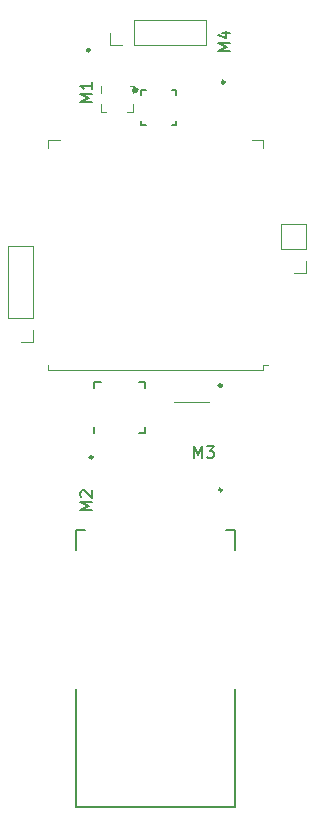
<source format=gto>
G04 #@! TF.GenerationSoftware,KiCad,Pcbnew,(5.1.5)-3*
G04 #@! TF.CreationDate,2021-11-09T21:41:46-05:00*
G04 #@! TF.ProjectId,MotorDriver,4d6f746f-7244-4726-9976-65722e6b6963,rev?*
G04 #@! TF.SameCoordinates,Original*
G04 #@! TF.FileFunction,Legend,Top*
G04 #@! TF.FilePolarity,Positive*
%FSLAX46Y46*%
G04 Gerber Fmt 4.6, Leading zero omitted, Abs format (unit mm)*
G04 Created by KiCad (PCBNEW (5.1.5)-3) date 2021-11-09 21:41:46*
%MOMM*%
%LPD*%
G04 APERTURE LIST*
%ADD10C,0.120000*%
%ADD11C,0.100000*%
%ADD12C,0.150000*%
%ADD13C,0.300000*%
%ADD14C,0.203200*%
%ADD15C,0.250000*%
%ADD16O,1.452000X1.452000*%
%ADD17R,1.452000X1.452000*%
%ADD18R,2.802000X0.902000*%
%ADD19R,0.452000X0.602000*%
%ADD20R,0.362000X0.552000*%
%ADD21R,0.552000X0.362000*%
%ADD22C,2.601360*%
%ADD23R,2.601360X2.601360*%
%ADD24R,1.902000X2.652000*%
%ADD25R,0.902000X0.302000*%
%ADD26R,1.102000X1.802000*%
%ADD27R,0.802000X0.402000*%
%ADD28R,2.552000X1.102000*%
%ADD29R,1.102000X2.552000*%
%ADD30R,2.102000X1.002000*%
%ADD31R,1.002000X2.102000*%
%ADD32R,5.102000X5.102000*%
G04 APERTURE END LIST*
D10*
X92754000Y-61512000D02*
X91694000Y-61512000D01*
X92754000Y-60452000D02*
X92754000Y-61512000D01*
X92754000Y-59452000D02*
X90634000Y-59452000D01*
X90634000Y-59452000D02*
X90634000Y-57392000D01*
X92754000Y-59452000D02*
X92754000Y-57392000D01*
X92754000Y-57392000D02*
X90634000Y-57392000D01*
X69640000Y-67354000D02*
X68580000Y-67354000D01*
X69640000Y-66294000D02*
X69640000Y-67354000D01*
X69640000Y-65294000D02*
X67520000Y-65294000D01*
X67520000Y-65294000D02*
X67520000Y-59234000D01*
X69640000Y-65294000D02*
X69640000Y-59234000D01*
X69640000Y-59234000D02*
X67520000Y-59234000D01*
D11*
X81558000Y-72390000D02*
X84558000Y-72390000D01*
D12*
X74812000Y-70748000D02*
X74812000Y-71273000D01*
X79112000Y-70748000D02*
X79112000Y-71273000D01*
X79112000Y-75048000D02*
X79112000Y-74523000D01*
X74812000Y-75048000D02*
X74812000Y-74523000D01*
X79112000Y-70748000D02*
X78587000Y-70748000D01*
X79112000Y-75048000D02*
X78587000Y-75048000D01*
X74812000Y-70748000D02*
X75337000Y-70748000D01*
D11*
X75358000Y-46276000D02*
X75358000Y-45636000D01*
X77578000Y-45636000D02*
X78058000Y-45636000D01*
X78058000Y-46276000D02*
X78058000Y-45636000D01*
X75358000Y-47836000D02*
X75358000Y-47196000D01*
X78058000Y-47836000D02*
X78058000Y-47196000D01*
X77578000Y-47836000D02*
X78058000Y-47836000D01*
X75358000Y-47836000D02*
X75838000Y-47836000D01*
D13*
X78414000Y-45998000D02*
G75*
G03X78414000Y-45998000I-150000J0D01*
G01*
D14*
X78764000Y-48998000D02*
X78764000Y-48598000D01*
X79164000Y-48998000D02*
X78764000Y-48998000D01*
X81764000Y-48998000D02*
X81364000Y-48998000D01*
X81764000Y-48598000D02*
X81764000Y-48998000D01*
X81764000Y-45998000D02*
X81764000Y-46398000D01*
X81364000Y-45998000D02*
X81764000Y-45998000D01*
X78764000Y-45998000D02*
X79164000Y-45998000D01*
X78764000Y-46398000D02*
X78764000Y-45998000D01*
D10*
X76105200Y-42208000D02*
X76105200Y-41148000D01*
X77165200Y-42208000D02*
X76105200Y-42208000D01*
X78165200Y-42208000D02*
X78165200Y-40088000D01*
X78165200Y-40088000D02*
X84225200Y-40088000D01*
X78165200Y-42208000D02*
X84225200Y-42208000D01*
X84225200Y-42208000D02*
X84225200Y-40088000D01*
D15*
X85601000Y-71044000D02*
G75*
G03X85601000Y-71044000I-125000J0D01*
G01*
X74671000Y-77086000D02*
G75*
G03X74671000Y-77086000I-125000J0D01*
G01*
X85599000Y-79886000D02*
G75*
G03X85599000Y-79886000I-125000J0D01*
G01*
X85853000Y-45342000D02*
G75*
G03X85853000Y-45342000I-125000J0D01*
G01*
X74417000Y-42613000D02*
G75*
G03X74417000Y-42613000I-125000J0D01*
G01*
D12*
X86750000Y-106750000D02*
X86750000Y-96750000D01*
X73250000Y-106750000D02*
X73250000Y-96750000D01*
X86750000Y-106750000D02*
X73250000Y-106750000D01*
X73250000Y-83250000D02*
X73250000Y-85000000D01*
X74000000Y-83250000D02*
X73250000Y-83250000D01*
X86750000Y-83250000D02*
X86750000Y-85000000D01*
X86000000Y-83250000D02*
X86750000Y-83250000D01*
D10*
X89120000Y-69300000D02*
X89500000Y-69300000D01*
X89120000Y-69720000D02*
X89120000Y-69300000D01*
X70880000Y-69720000D02*
X70880000Y-69300000D01*
X89120000Y-69720000D02*
X70880000Y-69720000D01*
X70880000Y-50280000D02*
X71880000Y-50280000D01*
X70880000Y-50900000D02*
X70880000Y-50280000D01*
X89120000Y-50280000D02*
X88120000Y-50280000D01*
X89120000Y-50900000D02*
X89120000Y-50280000D01*
D12*
X74620380Y-81581523D02*
X73620380Y-81581523D01*
X74334666Y-81248190D01*
X73620380Y-80914857D01*
X74620380Y-80914857D01*
X73715619Y-80486285D02*
X73668000Y-80438666D01*
X73620380Y-80343428D01*
X73620380Y-80105333D01*
X73668000Y-80010095D01*
X73715619Y-79962476D01*
X73810857Y-79914857D01*
X73906095Y-79914857D01*
X74048952Y-79962476D01*
X74620380Y-80533904D01*
X74620380Y-79914857D01*
X83264476Y-77160380D02*
X83264476Y-76160380D01*
X83597809Y-76874666D01*
X83931142Y-76160380D01*
X83931142Y-77160380D01*
X84312095Y-76160380D02*
X84931142Y-76160380D01*
X84597809Y-76541333D01*
X84740666Y-76541333D01*
X84835904Y-76588952D01*
X84883523Y-76636571D01*
X84931142Y-76731809D01*
X84931142Y-76969904D01*
X84883523Y-77065142D01*
X84835904Y-77112761D01*
X84740666Y-77160380D01*
X84454952Y-77160380D01*
X84359714Y-77112761D01*
X84312095Y-77065142D01*
X86304380Y-42719523D02*
X85304380Y-42719523D01*
X86018666Y-42386190D01*
X85304380Y-42052857D01*
X86304380Y-42052857D01*
X85637714Y-41148095D02*
X86304380Y-41148095D01*
X85256761Y-41386190D02*
X85971047Y-41624285D01*
X85971047Y-41005238D01*
X74620380Y-47037523D02*
X73620380Y-47037523D01*
X74334666Y-46704190D01*
X73620380Y-46370857D01*
X74620380Y-46370857D01*
X74620380Y-45370857D02*
X74620380Y-45942285D01*
X74620380Y-45656571D02*
X73620380Y-45656571D01*
X73763238Y-45751809D01*
X73858476Y-45847047D01*
X73906095Y-45942285D01*
%LPC*%
D16*
X91694000Y-58452000D03*
D17*
X91694000Y-60452000D03*
D16*
X68580000Y-60294000D03*
X68580000Y-62294000D03*
X68580000Y-64294000D03*
D17*
X68580000Y-66294000D03*
D11*
G36*
X80476957Y-42809833D02*
G01*
X80493751Y-42812324D01*
X80510219Y-42816449D01*
X80526204Y-42822169D01*
X80541552Y-42829428D01*
X80556114Y-42838156D01*
X80569750Y-42848269D01*
X80582329Y-42859671D01*
X80593731Y-42872250D01*
X80603844Y-42885886D01*
X80612572Y-42900448D01*
X80619831Y-42915796D01*
X80625551Y-42931781D01*
X80629676Y-42948249D01*
X80632167Y-42965043D01*
X80633000Y-42982000D01*
X80633000Y-43378000D01*
X80632167Y-43394957D01*
X80629676Y-43411751D01*
X80625551Y-43428219D01*
X80619831Y-43444204D01*
X80612572Y-43459552D01*
X80603844Y-43474114D01*
X80593731Y-43487750D01*
X80582329Y-43500329D01*
X80569750Y-43511731D01*
X80556114Y-43521844D01*
X80541552Y-43530572D01*
X80526204Y-43537831D01*
X80510219Y-43543551D01*
X80493751Y-43547676D01*
X80476957Y-43550167D01*
X80460000Y-43551000D01*
X80114000Y-43551000D01*
X80097043Y-43550167D01*
X80080249Y-43547676D01*
X80063781Y-43543551D01*
X80047796Y-43537831D01*
X80032448Y-43530572D01*
X80017886Y-43521844D01*
X80004250Y-43511731D01*
X79991671Y-43500329D01*
X79980269Y-43487750D01*
X79970156Y-43474114D01*
X79961428Y-43459552D01*
X79954169Y-43444204D01*
X79948449Y-43428219D01*
X79944324Y-43411751D01*
X79941833Y-43394957D01*
X79941000Y-43378000D01*
X79941000Y-42982000D01*
X79941833Y-42965043D01*
X79944324Y-42948249D01*
X79948449Y-42931781D01*
X79954169Y-42915796D01*
X79961428Y-42900448D01*
X79970156Y-42885886D01*
X79980269Y-42872250D01*
X79991671Y-42859671D01*
X80004250Y-42848269D01*
X80017886Y-42838156D01*
X80032448Y-42829428D01*
X80047796Y-42822169D01*
X80063781Y-42816449D01*
X80080249Y-42812324D01*
X80097043Y-42809833D01*
X80114000Y-42809000D01*
X80460000Y-42809000D01*
X80476957Y-42809833D01*
G37*
G36*
X81446957Y-42809833D02*
G01*
X81463751Y-42812324D01*
X81480219Y-42816449D01*
X81496204Y-42822169D01*
X81511552Y-42829428D01*
X81526114Y-42838156D01*
X81539750Y-42848269D01*
X81552329Y-42859671D01*
X81563731Y-42872250D01*
X81573844Y-42885886D01*
X81582572Y-42900448D01*
X81589831Y-42915796D01*
X81595551Y-42931781D01*
X81599676Y-42948249D01*
X81602167Y-42965043D01*
X81603000Y-42982000D01*
X81603000Y-43378000D01*
X81602167Y-43394957D01*
X81599676Y-43411751D01*
X81595551Y-43428219D01*
X81589831Y-43444204D01*
X81582572Y-43459552D01*
X81573844Y-43474114D01*
X81563731Y-43487750D01*
X81552329Y-43500329D01*
X81539750Y-43511731D01*
X81526114Y-43521844D01*
X81511552Y-43530572D01*
X81496204Y-43537831D01*
X81480219Y-43543551D01*
X81463751Y-43547676D01*
X81446957Y-43550167D01*
X81430000Y-43551000D01*
X81084000Y-43551000D01*
X81067043Y-43550167D01*
X81050249Y-43547676D01*
X81033781Y-43543551D01*
X81017796Y-43537831D01*
X81002448Y-43530572D01*
X80987886Y-43521844D01*
X80974250Y-43511731D01*
X80961671Y-43500329D01*
X80950269Y-43487750D01*
X80940156Y-43474114D01*
X80931428Y-43459552D01*
X80924169Y-43444204D01*
X80918449Y-43428219D01*
X80914324Y-43411751D01*
X80911833Y-43394957D01*
X80911000Y-43378000D01*
X80911000Y-42982000D01*
X80911833Y-42965043D01*
X80914324Y-42948249D01*
X80918449Y-42931781D01*
X80924169Y-42915796D01*
X80931428Y-42900448D01*
X80940156Y-42885886D01*
X80950269Y-42872250D01*
X80961671Y-42859671D01*
X80974250Y-42848269D01*
X80987886Y-42838156D01*
X81002448Y-42829428D01*
X81017796Y-42822169D01*
X81033781Y-42816449D01*
X81050249Y-42812324D01*
X81067043Y-42809833D01*
X81084000Y-42809000D01*
X81430000Y-42809000D01*
X81446957Y-42809833D01*
G37*
G36*
X80476957Y-43825833D02*
G01*
X80493751Y-43828324D01*
X80510219Y-43832449D01*
X80526204Y-43838169D01*
X80541552Y-43845428D01*
X80556114Y-43854156D01*
X80569750Y-43864269D01*
X80582329Y-43875671D01*
X80593731Y-43888250D01*
X80603844Y-43901886D01*
X80612572Y-43916448D01*
X80619831Y-43931796D01*
X80625551Y-43947781D01*
X80629676Y-43964249D01*
X80632167Y-43981043D01*
X80633000Y-43998000D01*
X80633000Y-44394000D01*
X80632167Y-44410957D01*
X80629676Y-44427751D01*
X80625551Y-44444219D01*
X80619831Y-44460204D01*
X80612572Y-44475552D01*
X80603844Y-44490114D01*
X80593731Y-44503750D01*
X80582329Y-44516329D01*
X80569750Y-44527731D01*
X80556114Y-44537844D01*
X80541552Y-44546572D01*
X80526204Y-44553831D01*
X80510219Y-44559551D01*
X80493751Y-44563676D01*
X80476957Y-44566167D01*
X80460000Y-44567000D01*
X80114000Y-44567000D01*
X80097043Y-44566167D01*
X80080249Y-44563676D01*
X80063781Y-44559551D01*
X80047796Y-44553831D01*
X80032448Y-44546572D01*
X80017886Y-44537844D01*
X80004250Y-44527731D01*
X79991671Y-44516329D01*
X79980269Y-44503750D01*
X79970156Y-44490114D01*
X79961428Y-44475552D01*
X79954169Y-44460204D01*
X79948449Y-44444219D01*
X79944324Y-44427751D01*
X79941833Y-44410957D01*
X79941000Y-44394000D01*
X79941000Y-43998000D01*
X79941833Y-43981043D01*
X79944324Y-43964249D01*
X79948449Y-43947781D01*
X79954169Y-43931796D01*
X79961428Y-43916448D01*
X79970156Y-43901886D01*
X79980269Y-43888250D01*
X79991671Y-43875671D01*
X80004250Y-43864269D01*
X80017886Y-43854156D01*
X80032448Y-43845428D01*
X80047796Y-43838169D01*
X80063781Y-43832449D01*
X80080249Y-43828324D01*
X80097043Y-43825833D01*
X80114000Y-43825000D01*
X80460000Y-43825000D01*
X80476957Y-43825833D01*
G37*
G36*
X81446957Y-43825833D02*
G01*
X81463751Y-43828324D01*
X81480219Y-43832449D01*
X81496204Y-43838169D01*
X81511552Y-43845428D01*
X81526114Y-43854156D01*
X81539750Y-43864269D01*
X81552329Y-43875671D01*
X81563731Y-43888250D01*
X81573844Y-43901886D01*
X81582572Y-43916448D01*
X81589831Y-43931796D01*
X81595551Y-43947781D01*
X81599676Y-43964249D01*
X81602167Y-43981043D01*
X81603000Y-43998000D01*
X81603000Y-44394000D01*
X81602167Y-44410957D01*
X81599676Y-44427751D01*
X81595551Y-44444219D01*
X81589831Y-44460204D01*
X81582572Y-44475552D01*
X81573844Y-44490114D01*
X81563731Y-44503750D01*
X81552329Y-44516329D01*
X81539750Y-44527731D01*
X81526114Y-44537844D01*
X81511552Y-44546572D01*
X81496204Y-44553831D01*
X81480219Y-44559551D01*
X81463751Y-44563676D01*
X81446957Y-44566167D01*
X81430000Y-44567000D01*
X81084000Y-44567000D01*
X81067043Y-44566167D01*
X81050249Y-44563676D01*
X81033781Y-44559551D01*
X81017796Y-44553831D01*
X81002448Y-44546572D01*
X80987886Y-44537844D01*
X80974250Y-44527731D01*
X80961671Y-44516329D01*
X80950269Y-44503750D01*
X80940156Y-44490114D01*
X80931428Y-44475552D01*
X80924169Y-44460204D01*
X80918449Y-44444219D01*
X80914324Y-44427751D01*
X80911833Y-44410957D01*
X80911000Y-44394000D01*
X80911000Y-43998000D01*
X80911833Y-43981043D01*
X80914324Y-43964249D01*
X80918449Y-43947781D01*
X80924169Y-43931796D01*
X80931428Y-43916448D01*
X80940156Y-43901886D01*
X80950269Y-43888250D01*
X80961671Y-43875671D01*
X80974250Y-43864269D01*
X80987886Y-43854156D01*
X81002448Y-43845428D01*
X81017796Y-43838169D01*
X81033781Y-43832449D01*
X81050249Y-43828324D01*
X81067043Y-43825833D01*
X81084000Y-43825000D01*
X81430000Y-43825000D01*
X81446957Y-43825833D01*
G37*
D18*
X83058000Y-71290000D03*
X83058000Y-73490000D03*
D11*
G36*
X75858957Y-48397833D02*
G01*
X75875751Y-48400324D01*
X75892219Y-48404449D01*
X75908204Y-48410169D01*
X75923552Y-48417428D01*
X75938114Y-48426156D01*
X75951750Y-48436269D01*
X75964329Y-48447671D01*
X75975731Y-48460250D01*
X75985844Y-48473886D01*
X75994572Y-48488448D01*
X76001831Y-48503796D01*
X76007551Y-48519781D01*
X76011676Y-48536249D01*
X76014167Y-48553043D01*
X76015000Y-48570000D01*
X76015000Y-48966000D01*
X76014167Y-48982957D01*
X76011676Y-48999751D01*
X76007551Y-49016219D01*
X76001831Y-49032204D01*
X75994572Y-49047552D01*
X75985844Y-49062114D01*
X75975731Y-49075750D01*
X75964329Y-49088329D01*
X75951750Y-49099731D01*
X75938114Y-49109844D01*
X75923552Y-49118572D01*
X75908204Y-49125831D01*
X75892219Y-49131551D01*
X75875751Y-49135676D01*
X75858957Y-49138167D01*
X75842000Y-49139000D01*
X75496000Y-49139000D01*
X75479043Y-49138167D01*
X75462249Y-49135676D01*
X75445781Y-49131551D01*
X75429796Y-49125831D01*
X75414448Y-49118572D01*
X75399886Y-49109844D01*
X75386250Y-49099731D01*
X75373671Y-49088329D01*
X75362269Y-49075750D01*
X75352156Y-49062114D01*
X75343428Y-49047552D01*
X75336169Y-49032204D01*
X75330449Y-49016219D01*
X75326324Y-48999751D01*
X75323833Y-48982957D01*
X75323000Y-48966000D01*
X75323000Y-48570000D01*
X75323833Y-48553043D01*
X75326324Y-48536249D01*
X75330449Y-48519781D01*
X75336169Y-48503796D01*
X75343428Y-48488448D01*
X75352156Y-48473886D01*
X75362269Y-48460250D01*
X75373671Y-48447671D01*
X75386250Y-48436269D01*
X75399886Y-48426156D01*
X75414448Y-48417428D01*
X75429796Y-48410169D01*
X75445781Y-48404449D01*
X75462249Y-48400324D01*
X75479043Y-48397833D01*
X75496000Y-48397000D01*
X75842000Y-48397000D01*
X75858957Y-48397833D01*
G37*
G36*
X74888957Y-48397833D02*
G01*
X74905751Y-48400324D01*
X74922219Y-48404449D01*
X74938204Y-48410169D01*
X74953552Y-48417428D01*
X74968114Y-48426156D01*
X74981750Y-48436269D01*
X74994329Y-48447671D01*
X75005731Y-48460250D01*
X75015844Y-48473886D01*
X75024572Y-48488448D01*
X75031831Y-48503796D01*
X75037551Y-48519781D01*
X75041676Y-48536249D01*
X75044167Y-48553043D01*
X75045000Y-48570000D01*
X75045000Y-48966000D01*
X75044167Y-48982957D01*
X75041676Y-48999751D01*
X75037551Y-49016219D01*
X75031831Y-49032204D01*
X75024572Y-49047552D01*
X75015844Y-49062114D01*
X75005731Y-49075750D01*
X74994329Y-49088329D01*
X74981750Y-49099731D01*
X74968114Y-49109844D01*
X74953552Y-49118572D01*
X74938204Y-49125831D01*
X74922219Y-49131551D01*
X74905751Y-49135676D01*
X74888957Y-49138167D01*
X74872000Y-49139000D01*
X74526000Y-49139000D01*
X74509043Y-49138167D01*
X74492249Y-49135676D01*
X74475781Y-49131551D01*
X74459796Y-49125831D01*
X74444448Y-49118572D01*
X74429886Y-49109844D01*
X74416250Y-49099731D01*
X74403671Y-49088329D01*
X74392269Y-49075750D01*
X74382156Y-49062114D01*
X74373428Y-49047552D01*
X74366169Y-49032204D01*
X74360449Y-49016219D01*
X74356324Y-48999751D01*
X74353833Y-48982957D01*
X74353000Y-48966000D01*
X74353000Y-48570000D01*
X74353833Y-48553043D01*
X74356324Y-48536249D01*
X74360449Y-48519781D01*
X74366169Y-48503796D01*
X74373428Y-48488448D01*
X74382156Y-48473886D01*
X74392269Y-48460250D01*
X74403671Y-48447671D01*
X74416250Y-48436269D01*
X74429886Y-48426156D01*
X74444448Y-48417428D01*
X74459796Y-48410169D01*
X74475781Y-48404449D01*
X74492249Y-48400324D01*
X74509043Y-48397833D01*
X74526000Y-48397000D01*
X74872000Y-48397000D01*
X74888957Y-48397833D01*
G37*
G36*
X85812957Y-75577833D02*
G01*
X85829751Y-75580324D01*
X85846219Y-75584449D01*
X85862204Y-75590169D01*
X85877552Y-75597428D01*
X85892114Y-75606156D01*
X85905750Y-75616269D01*
X85918329Y-75627671D01*
X85929731Y-75640250D01*
X85939844Y-75653886D01*
X85948572Y-75668448D01*
X85955831Y-75683796D01*
X85961551Y-75699781D01*
X85965676Y-75716249D01*
X85968167Y-75733043D01*
X85969000Y-75750000D01*
X85969000Y-76096000D01*
X85968167Y-76112957D01*
X85965676Y-76129751D01*
X85961551Y-76146219D01*
X85955831Y-76162204D01*
X85948572Y-76177552D01*
X85939844Y-76192114D01*
X85929731Y-76205750D01*
X85918329Y-76218329D01*
X85905750Y-76229731D01*
X85892114Y-76239844D01*
X85877552Y-76248572D01*
X85862204Y-76255831D01*
X85846219Y-76261551D01*
X85829751Y-76265676D01*
X85812957Y-76268167D01*
X85796000Y-76269000D01*
X85400000Y-76269000D01*
X85383043Y-76268167D01*
X85366249Y-76265676D01*
X85349781Y-76261551D01*
X85333796Y-76255831D01*
X85318448Y-76248572D01*
X85303886Y-76239844D01*
X85290250Y-76229731D01*
X85277671Y-76218329D01*
X85266269Y-76205750D01*
X85256156Y-76192114D01*
X85247428Y-76177552D01*
X85240169Y-76162204D01*
X85234449Y-76146219D01*
X85230324Y-76129751D01*
X85227833Y-76112957D01*
X85227000Y-76096000D01*
X85227000Y-75750000D01*
X85227833Y-75733043D01*
X85230324Y-75716249D01*
X85234449Y-75699781D01*
X85240169Y-75683796D01*
X85247428Y-75668448D01*
X85256156Y-75653886D01*
X85266269Y-75640250D01*
X85277671Y-75627671D01*
X85290250Y-75616269D01*
X85303886Y-75606156D01*
X85318448Y-75597428D01*
X85333796Y-75590169D01*
X85349781Y-75584449D01*
X85366249Y-75580324D01*
X85383043Y-75577833D01*
X85400000Y-75577000D01*
X85796000Y-75577000D01*
X85812957Y-75577833D01*
G37*
G36*
X85812957Y-74607833D02*
G01*
X85829751Y-74610324D01*
X85846219Y-74614449D01*
X85862204Y-74620169D01*
X85877552Y-74627428D01*
X85892114Y-74636156D01*
X85905750Y-74646269D01*
X85918329Y-74657671D01*
X85929731Y-74670250D01*
X85939844Y-74683886D01*
X85948572Y-74698448D01*
X85955831Y-74713796D01*
X85961551Y-74729781D01*
X85965676Y-74746249D01*
X85968167Y-74763043D01*
X85969000Y-74780000D01*
X85969000Y-75126000D01*
X85968167Y-75142957D01*
X85965676Y-75159751D01*
X85961551Y-75176219D01*
X85955831Y-75192204D01*
X85948572Y-75207552D01*
X85939844Y-75222114D01*
X85929731Y-75235750D01*
X85918329Y-75248329D01*
X85905750Y-75259731D01*
X85892114Y-75269844D01*
X85877552Y-75278572D01*
X85862204Y-75285831D01*
X85846219Y-75291551D01*
X85829751Y-75295676D01*
X85812957Y-75298167D01*
X85796000Y-75299000D01*
X85400000Y-75299000D01*
X85383043Y-75298167D01*
X85366249Y-75295676D01*
X85349781Y-75291551D01*
X85333796Y-75285831D01*
X85318448Y-75278572D01*
X85303886Y-75269844D01*
X85290250Y-75259731D01*
X85277671Y-75248329D01*
X85266269Y-75235750D01*
X85256156Y-75222114D01*
X85247428Y-75207552D01*
X85240169Y-75192204D01*
X85234449Y-75176219D01*
X85230324Y-75159751D01*
X85227833Y-75142957D01*
X85227000Y-75126000D01*
X85227000Y-74780000D01*
X85227833Y-74763043D01*
X85230324Y-74746249D01*
X85234449Y-74729781D01*
X85240169Y-74713796D01*
X85247428Y-74698448D01*
X85256156Y-74683886D01*
X85266269Y-74670250D01*
X85277671Y-74657671D01*
X85290250Y-74646269D01*
X85303886Y-74636156D01*
X85318448Y-74627428D01*
X85333796Y-74620169D01*
X85349781Y-74614449D01*
X85366249Y-74610324D01*
X85383043Y-74607833D01*
X85400000Y-74607000D01*
X85796000Y-74607000D01*
X85812957Y-74607833D01*
G37*
G36*
X86064957Y-69987833D02*
G01*
X86081751Y-69990324D01*
X86098219Y-69994449D01*
X86114204Y-70000169D01*
X86129552Y-70007428D01*
X86144114Y-70016156D01*
X86157750Y-70026269D01*
X86170329Y-70037671D01*
X86181731Y-70050250D01*
X86191844Y-70063886D01*
X86200572Y-70078448D01*
X86207831Y-70093796D01*
X86213551Y-70109781D01*
X86217676Y-70126249D01*
X86220167Y-70143043D01*
X86221000Y-70160000D01*
X86221000Y-70556000D01*
X86220167Y-70572957D01*
X86217676Y-70589751D01*
X86213551Y-70606219D01*
X86207831Y-70622204D01*
X86200572Y-70637552D01*
X86191844Y-70652114D01*
X86181731Y-70665750D01*
X86170329Y-70678329D01*
X86157750Y-70689731D01*
X86144114Y-70699844D01*
X86129552Y-70708572D01*
X86114204Y-70715831D01*
X86098219Y-70721551D01*
X86081751Y-70725676D01*
X86064957Y-70728167D01*
X86048000Y-70729000D01*
X85702000Y-70729000D01*
X85685043Y-70728167D01*
X85668249Y-70725676D01*
X85651781Y-70721551D01*
X85635796Y-70715831D01*
X85620448Y-70708572D01*
X85605886Y-70699844D01*
X85592250Y-70689731D01*
X85579671Y-70678329D01*
X85568269Y-70665750D01*
X85558156Y-70652114D01*
X85549428Y-70637552D01*
X85542169Y-70622204D01*
X85536449Y-70606219D01*
X85532324Y-70589751D01*
X85529833Y-70572957D01*
X85529000Y-70556000D01*
X85529000Y-70160000D01*
X85529833Y-70143043D01*
X85532324Y-70126249D01*
X85536449Y-70109781D01*
X85542169Y-70093796D01*
X85549428Y-70078448D01*
X85558156Y-70063886D01*
X85568269Y-70050250D01*
X85579671Y-70037671D01*
X85592250Y-70026269D01*
X85605886Y-70016156D01*
X85620448Y-70007428D01*
X85635796Y-70000169D01*
X85651781Y-69994449D01*
X85668249Y-69990324D01*
X85685043Y-69987833D01*
X85702000Y-69987000D01*
X86048000Y-69987000D01*
X86064957Y-69987833D01*
G37*
G36*
X87034957Y-69987833D02*
G01*
X87051751Y-69990324D01*
X87068219Y-69994449D01*
X87084204Y-70000169D01*
X87099552Y-70007428D01*
X87114114Y-70016156D01*
X87127750Y-70026269D01*
X87140329Y-70037671D01*
X87151731Y-70050250D01*
X87161844Y-70063886D01*
X87170572Y-70078448D01*
X87177831Y-70093796D01*
X87183551Y-70109781D01*
X87187676Y-70126249D01*
X87190167Y-70143043D01*
X87191000Y-70160000D01*
X87191000Y-70556000D01*
X87190167Y-70572957D01*
X87187676Y-70589751D01*
X87183551Y-70606219D01*
X87177831Y-70622204D01*
X87170572Y-70637552D01*
X87161844Y-70652114D01*
X87151731Y-70665750D01*
X87140329Y-70678329D01*
X87127750Y-70689731D01*
X87114114Y-70699844D01*
X87099552Y-70708572D01*
X87084204Y-70715831D01*
X87068219Y-70721551D01*
X87051751Y-70725676D01*
X87034957Y-70728167D01*
X87018000Y-70729000D01*
X86672000Y-70729000D01*
X86655043Y-70728167D01*
X86638249Y-70725676D01*
X86621781Y-70721551D01*
X86605796Y-70715831D01*
X86590448Y-70708572D01*
X86575886Y-70699844D01*
X86562250Y-70689731D01*
X86549671Y-70678329D01*
X86538269Y-70665750D01*
X86528156Y-70652114D01*
X86519428Y-70637552D01*
X86512169Y-70622204D01*
X86506449Y-70606219D01*
X86502324Y-70589751D01*
X86499833Y-70572957D01*
X86499000Y-70556000D01*
X86499000Y-70160000D01*
X86499833Y-70143043D01*
X86502324Y-70126249D01*
X86506449Y-70109781D01*
X86512169Y-70093796D01*
X86519428Y-70078448D01*
X86528156Y-70063886D01*
X86538269Y-70050250D01*
X86549671Y-70037671D01*
X86562250Y-70026269D01*
X86575886Y-70016156D01*
X86590448Y-70007428D01*
X86605796Y-70000169D01*
X86621781Y-69994449D01*
X86638249Y-69990324D01*
X86655043Y-69987833D01*
X86672000Y-69987000D01*
X87018000Y-69987000D01*
X87034957Y-69987833D01*
G37*
G36*
X75397351Y-73947484D02*
G01*
X75407107Y-73948931D01*
X75416674Y-73951327D01*
X75425960Y-73954650D01*
X75434875Y-73958867D01*
X75443335Y-73963937D01*
X75451257Y-73969812D01*
X75458564Y-73976436D01*
X75465188Y-73983743D01*
X75471063Y-73991665D01*
X75476133Y-74000125D01*
X75480350Y-74009040D01*
X75483673Y-74018326D01*
X75486069Y-74027893D01*
X75487516Y-74037649D01*
X75488000Y-74047500D01*
X75488000Y-74248500D01*
X75487516Y-74258351D01*
X75486069Y-74268107D01*
X75483673Y-74277674D01*
X75480350Y-74286960D01*
X75476133Y-74295875D01*
X75471063Y-74304335D01*
X75465188Y-74312257D01*
X75458564Y-74319564D01*
X75451257Y-74326188D01*
X75443335Y-74332063D01*
X75434875Y-74337133D01*
X75425960Y-74341350D01*
X75416674Y-74344673D01*
X75407107Y-74347069D01*
X75397351Y-74348516D01*
X75387500Y-74349000D01*
X74636500Y-74349000D01*
X74626649Y-74348516D01*
X74616893Y-74347069D01*
X74607326Y-74344673D01*
X74598040Y-74341350D01*
X74589125Y-74337133D01*
X74580665Y-74332063D01*
X74572743Y-74326188D01*
X74565436Y-74319564D01*
X74558812Y-74312257D01*
X74552937Y-74304335D01*
X74547867Y-74295875D01*
X74543650Y-74286960D01*
X74540327Y-74277674D01*
X74537931Y-74268107D01*
X74536484Y-74258351D01*
X74536000Y-74248500D01*
X74536000Y-74047500D01*
X74536484Y-74037649D01*
X74537931Y-74027893D01*
X74540327Y-74018326D01*
X74543650Y-74009040D01*
X74547867Y-74000125D01*
X74552937Y-73991665D01*
X74558812Y-73983743D01*
X74565436Y-73976436D01*
X74572743Y-73969812D01*
X74580665Y-73963937D01*
X74589125Y-73958867D01*
X74598040Y-73954650D01*
X74607326Y-73951327D01*
X74616893Y-73948931D01*
X74626649Y-73947484D01*
X74636500Y-73947000D01*
X75387500Y-73947000D01*
X75397351Y-73947484D01*
G37*
G36*
X75397351Y-73447484D02*
G01*
X75407107Y-73448931D01*
X75416674Y-73451327D01*
X75425960Y-73454650D01*
X75434875Y-73458867D01*
X75443335Y-73463937D01*
X75451257Y-73469812D01*
X75458564Y-73476436D01*
X75465188Y-73483743D01*
X75471063Y-73491665D01*
X75476133Y-73500125D01*
X75480350Y-73509040D01*
X75483673Y-73518326D01*
X75486069Y-73527893D01*
X75487516Y-73537649D01*
X75488000Y-73547500D01*
X75488000Y-73748500D01*
X75487516Y-73758351D01*
X75486069Y-73768107D01*
X75483673Y-73777674D01*
X75480350Y-73786960D01*
X75476133Y-73795875D01*
X75471063Y-73804335D01*
X75465188Y-73812257D01*
X75458564Y-73819564D01*
X75451257Y-73826188D01*
X75443335Y-73832063D01*
X75434875Y-73837133D01*
X75425960Y-73841350D01*
X75416674Y-73844673D01*
X75407107Y-73847069D01*
X75397351Y-73848516D01*
X75387500Y-73849000D01*
X74636500Y-73849000D01*
X74626649Y-73848516D01*
X74616893Y-73847069D01*
X74607326Y-73844673D01*
X74598040Y-73841350D01*
X74589125Y-73837133D01*
X74580665Y-73832063D01*
X74572743Y-73826188D01*
X74565436Y-73819564D01*
X74558812Y-73812257D01*
X74552937Y-73804335D01*
X74547867Y-73795875D01*
X74543650Y-73786960D01*
X74540327Y-73777674D01*
X74537931Y-73768107D01*
X74536484Y-73758351D01*
X74536000Y-73748500D01*
X74536000Y-73547500D01*
X74536484Y-73537649D01*
X74537931Y-73527893D01*
X74540327Y-73518326D01*
X74543650Y-73509040D01*
X74547867Y-73500125D01*
X74552937Y-73491665D01*
X74558812Y-73483743D01*
X74565436Y-73476436D01*
X74572743Y-73469812D01*
X74580665Y-73463937D01*
X74589125Y-73458867D01*
X74598040Y-73454650D01*
X74607326Y-73451327D01*
X74616893Y-73448931D01*
X74626649Y-73447484D01*
X74636500Y-73447000D01*
X75387500Y-73447000D01*
X75397351Y-73447484D01*
G37*
G36*
X75397351Y-72947484D02*
G01*
X75407107Y-72948931D01*
X75416674Y-72951327D01*
X75425960Y-72954650D01*
X75434875Y-72958867D01*
X75443335Y-72963937D01*
X75451257Y-72969812D01*
X75458564Y-72976436D01*
X75465188Y-72983743D01*
X75471063Y-72991665D01*
X75476133Y-73000125D01*
X75480350Y-73009040D01*
X75483673Y-73018326D01*
X75486069Y-73027893D01*
X75487516Y-73037649D01*
X75488000Y-73047500D01*
X75488000Y-73248500D01*
X75487516Y-73258351D01*
X75486069Y-73268107D01*
X75483673Y-73277674D01*
X75480350Y-73286960D01*
X75476133Y-73295875D01*
X75471063Y-73304335D01*
X75465188Y-73312257D01*
X75458564Y-73319564D01*
X75451257Y-73326188D01*
X75443335Y-73332063D01*
X75434875Y-73337133D01*
X75425960Y-73341350D01*
X75416674Y-73344673D01*
X75407107Y-73347069D01*
X75397351Y-73348516D01*
X75387500Y-73349000D01*
X74636500Y-73349000D01*
X74626649Y-73348516D01*
X74616893Y-73347069D01*
X74607326Y-73344673D01*
X74598040Y-73341350D01*
X74589125Y-73337133D01*
X74580665Y-73332063D01*
X74572743Y-73326188D01*
X74565436Y-73319564D01*
X74558812Y-73312257D01*
X74552937Y-73304335D01*
X74547867Y-73295875D01*
X74543650Y-73286960D01*
X74540327Y-73277674D01*
X74537931Y-73268107D01*
X74536484Y-73258351D01*
X74536000Y-73248500D01*
X74536000Y-73047500D01*
X74536484Y-73037649D01*
X74537931Y-73027893D01*
X74540327Y-73018326D01*
X74543650Y-73009040D01*
X74547867Y-73000125D01*
X74552937Y-72991665D01*
X74558812Y-72983743D01*
X74565436Y-72976436D01*
X74572743Y-72969812D01*
X74580665Y-72963937D01*
X74589125Y-72958867D01*
X74598040Y-72954650D01*
X74607326Y-72951327D01*
X74616893Y-72948931D01*
X74626649Y-72947484D01*
X74636500Y-72947000D01*
X75387500Y-72947000D01*
X75397351Y-72947484D01*
G37*
G36*
X75397351Y-72447484D02*
G01*
X75407107Y-72448931D01*
X75416674Y-72451327D01*
X75425960Y-72454650D01*
X75434875Y-72458867D01*
X75443335Y-72463937D01*
X75451257Y-72469812D01*
X75458564Y-72476436D01*
X75465188Y-72483743D01*
X75471063Y-72491665D01*
X75476133Y-72500125D01*
X75480350Y-72509040D01*
X75483673Y-72518326D01*
X75486069Y-72527893D01*
X75487516Y-72537649D01*
X75488000Y-72547500D01*
X75488000Y-72748500D01*
X75487516Y-72758351D01*
X75486069Y-72768107D01*
X75483673Y-72777674D01*
X75480350Y-72786960D01*
X75476133Y-72795875D01*
X75471063Y-72804335D01*
X75465188Y-72812257D01*
X75458564Y-72819564D01*
X75451257Y-72826188D01*
X75443335Y-72832063D01*
X75434875Y-72837133D01*
X75425960Y-72841350D01*
X75416674Y-72844673D01*
X75407107Y-72847069D01*
X75397351Y-72848516D01*
X75387500Y-72849000D01*
X74636500Y-72849000D01*
X74626649Y-72848516D01*
X74616893Y-72847069D01*
X74607326Y-72844673D01*
X74598040Y-72841350D01*
X74589125Y-72837133D01*
X74580665Y-72832063D01*
X74572743Y-72826188D01*
X74565436Y-72819564D01*
X74558812Y-72812257D01*
X74552937Y-72804335D01*
X74547867Y-72795875D01*
X74543650Y-72786960D01*
X74540327Y-72777674D01*
X74537931Y-72768107D01*
X74536484Y-72758351D01*
X74536000Y-72748500D01*
X74536000Y-72547500D01*
X74536484Y-72537649D01*
X74537931Y-72527893D01*
X74540327Y-72518326D01*
X74543650Y-72509040D01*
X74547867Y-72500125D01*
X74552937Y-72491665D01*
X74558812Y-72483743D01*
X74565436Y-72476436D01*
X74572743Y-72469812D01*
X74580665Y-72463937D01*
X74589125Y-72458867D01*
X74598040Y-72454650D01*
X74607326Y-72451327D01*
X74616893Y-72448931D01*
X74626649Y-72447484D01*
X74636500Y-72447000D01*
X75387500Y-72447000D01*
X75397351Y-72447484D01*
G37*
G36*
X75397351Y-71947484D02*
G01*
X75407107Y-71948931D01*
X75416674Y-71951327D01*
X75425960Y-71954650D01*
X75434875Y-71958867D01*
X75443335Y-71963937D01*
X75451257Y-71969812D01*
X75458564Y-71976436D01*
X75465188Y-71983743D01*
X75471063Y-71991665D01*
X75476133Y-72000125D01*
X75480350Y-72009040D01*
X75483673Y-72018326D01*
X75486069Y-72027893D01*
X75487516Y-72037649D01*
X75488000Y-72047500D01*
X75488000Y-72248500D01*
X75487516Y-72258351D01*
X75486069Y-72268107D01*
X75483673Y-72277674D01*
X75480350Y-72286960D01*
X75476133Y-72295875D01*
X75471063Y-72304335D01*
X75465188Y-72312257D01*
X75458564Y-72319564D01*
X75451257Y-72326188D01*
X75443335Y-72332063D01*
X75434875Y-72337133D01*
X75425960Y-72341350D01*
X75416674Y-72344673D01*
X75407107Y-72347069D01*
X75397351Y-72348516D01*
X75387500Y-72349000D01*
X74636500Y-72349000D01*
X74626649Y-72348516D01*
X74616893Y-72347069D01*
X74607326Y-72344673D01*
X74598040Y-72341350D01*
X74589125Y-72337133D01*
X74580665Y-72332063D01*
X74572743Y-72326188D01*
X74565436Y-72319564D01*
X74558812Y-72312257D01*
X74552937Y-72304335D01*
X74547867Y-72295875D01*
X74543650Y-72286960D01*
X74540327Y-72277674D01*
X74537931Y-72268107D01*
X74536484Y-72258351D01*
X74536000Y-72248500D01*
X74536000Y-72047500D01*
X74536484Y-72037649D01*
X74537931Y-72027893D01*
X74540327Y-72018326D01*
X74543650Y-72009040D01*
X74547867Y-72000125D01*
X74552937Y-71991665D01*
X74558812Y-71983743D01*
X74565436Y-71976436D01*
X74572743Y-71969812D01*
X74580665Y-71963937D01*
X74589125Y-71958867D01*
X74598040Y-71954650D01*
X74607326Y-71951327D01*
X74616893Y-71948931D01*
X74626649Y-71947484D01*
X74636500Y-71947000D01*
X75387500Y-71947000D01*
X75397351Y-71947484D01*
G37*
G36*
X75397351Y-71447484D02*
G01*
X75407107Y-71448931D01*
X75416674Y-71451327D01*
X75425960Y-71454650D01*
X75434875Y-71458867D01*
X75443335Y-71463937D01*
X75451257Y-71469812D01*
X75458564Y-71476436D01*
X75465188Y-71483743D01*
X75471063Y-71491665D01*
X75476133Y-71500125D01*
X75480350Y-71509040D01*
X75483673Y-71518326D01*
X75486069Y-71527893D01*
X75487516Y-71537649D01*
X75488000Y-71547500D01*
X75488000Y-71748500D01*
X75487516Y-71758351D01*
X75486069Y-71768107D01*
X75483673Y-71777674D01*
X75480350Y-71786960D01*
X75476133Y-71795875D01*
X75471063Y-71804335D01*
X75465188Y-71812257D01*
X75458564Y-71819564D01*
X75451257Y-71826188D01*
X75443335Y-71832063D01*
X75434875Y-71837133D01*
X75425960Y-71841350D01*
X75416674Y-71844673D01*
X75407107Y-71847069D01*
X75397351Y-71848516D01*
X75387500Y-71849000D01*
X74636500Y-71849000D01*
X74626649Y-71848516D01*
X74616893Y-71847069D01*
X74607326Y-71844673D01*
X74598040Y-71841350D01*
X74589125Y-71837133D01*
X74580665Y-71832063D01*
X74572743Y-71826188D01*
X74565436Y-71819564D01*
X74558812Y-71812257D01*
X74552937Y-71804335D01*
X74547867Y-71795875D01*
X74543650Y-71786960D01*
X74540327Y-71777674D01*
X74537931Y-71768107D01*
X74536484Y-71758351D01*
X74536000Y-71748500D01*
X74536000Y-71547500D01*
X74536484Y-71537649D01*
X74537931Y-71527893D01*
X74540327Y-71518326D01*
X74543650Y-71509040D01*
X74547867Y-71500125D01*
X74552937Y-71491665D01*
X74558812Y-71483743D01*
X74565436Y-71476436D01*
X74572743Y-71469812D01*
X74580665Y-71463937D01*
X74589125Y-71458867D01*
X74598040Y-71454650D01*
X74607326Y-71451327D01*
X74616893Y-71448931D01*
X74626649Y-71447484D01*
X74636500Y-71447000D01*
X75387500Y-71447000D01*
X75397351Y-71447484D01*
G37*
G36*
X75822351Y-70472484D02*
G01*
X75832107Y-70473931D01*
X75841674Y-70476327D01*
X75850960Y-70479650D01*
X75859875Y-70483867D01*
X75868335Y-70488937D01*
X75876257Y-70494812D01*
X75883564Y-70501436D01*
X75890188Y-70508743D01*
X75896063Y-70516665D01*
X75901133Y-70525125D01*
X75905350Y-70534040D01*
X75908673Y-70543326D01*
X75911069Y-70552893D01*
X75912516Y-70562649D01*
X75913000Y-70572500D01*
X75913000Y-71323500D01*
X75912516Y-71333351D01*
X75911069Y-71343107D01*
X75908673Y-71352674D01*
X75905350Y-71361960D01*
X75901133Y-71370875D01*
X75896063Y-71379335D01*
X75890188Y-71387257D01*
X75883564Y-71394564D01*
X75876257Y-71401188D01*
X75868335Y-71407063D01*
X75859875Y-71412133D01*
X75850960Y-71416350D01*
X75841674Y-71419673D01*
X75832107Y-71422069D01*
X75822351Y-71423516D01*
X75812500Y-71424000D01*
X75611500Y-71424000D01*
X75601649Y-71423516D01*
X75591893Y-71422069D01*
X75582326Y-71419673D01*
X75573040Y-71416350D01*
X75564125Y-71412133D01*
X75555665Y-71407063D01*
X75547743Y-71401188D01*
X75540436Y-71394564D01*
X75533812Y-71387257D01*
X75527937Y-71379335D01*
X75522867Y-71370875D01*
X75518650Y-71361960D01*
X75515327Y-71352674D01*
X75512931Y-71343107D01*
X75511484Y-71333351D01*
X75511000Y-71323500D01*
X75511000Y-70572500D01*
X75511484Y-70562649D01*
X75512931Y-70552893D01*
X75515327Y-70543326D01*
X75518650Y-70534040D01*
X75522867Y-70525125D01*
X75527937Y-70516665D01*
X75533812Y-70508743D01*
X75540436Y-70501436D01*
X75547743Y-70494812D01*
X75555665Y-70488937D01*
X75564125Y-70483867D01*
X75573040Y-70479650D01*
X75582326Y-70476327D01*
X75591893Y-70473931D01*
X75601649Y-70472484D01*
X75611500Y-70472000D01*
X75812500Y-70472000D01*
X75822351Y-70472484D01*
G37*
G36*
X76322351Y-70472484D02*
G01*
X76332107Y-70473931D01*
X76341674Y-70476327D01*
X76350960Y-70479650D01*
X76359875Y-70483867D01*
X76368335Y-70488937D01*
X76376257Y-70494812D01*
X76383564Y-70501436D01*
X76390188Y-70508743D01*
X76396063Y-70516665D01*
X76401133Y-70525125D01*
X76405350Y-70534040D01*
X76408673Y-70543326D01*
X76411069Y-70552893D01*
X76412516Y-70562649D01*
X76413000Y-70572500D01*
X76413000Y-71323500D01*
X76412516Y-71333351D01*
X76411069Y-71343107D01*
X76408673Y-71352674D01*
X76405350Y-71361960D01*
X76401133Y-71370875D01*
X76396063Y-71379335D01*
X76390188Y-71387257D01*
X76383564Y-71394564D01*
X76376257Y-71401188D01*
X76368335Y-71407063D01*
X76359875Y-71412133D01*
X76350960Y-71416350D01*
X76341674Y-71419673D01*
X76332107Y-71422069D01*
X76322351Y-71423516D01*
X76312500Y-71424000D01*
X76111500Y-71424000D01*
X76101649Y-71423516D01*
X76091893Y-71422069D01*
X76082326Y-71419673D01*
X76073040Y-71416350D01*
X76064125Y-71412133D01*
X76055665Y-71407063D01*
X76047743Y-71401188D01*
X76040436Y-71394564D01*
X76033812Y-71387257D01*
X76027937Y-71379335D01*
X76022867Y-71370875D01*
X76018650Y-71361960D01*
X76015327Y-71352674D01*
X76012931Y-71343107D01*
X76011484Y-71333351D01*
X76011000Y-71323500D01*
X76011000Y-70572500D01*
X76011484Y-70562649D01*
X76012931Y-70552893D01*
X76015327Y-70543326D01*
X76018650Y-70534040D01*
X76022867Y-70525125D01*
X76027937Y-70516665D01*
X76033812Y-70508743D01*
X76040436Y-70501436D01*
X76047743Y-70494812D01*
X76055665Y-70488937D01*
X76064125Y-70483867D01*
X76073040Y-70479650D01*
X76082326Y-70476327D01*
X76091893Y-70473931D01*
X76101649Y-70472484D01*
X76111500Y-70472000D01*
X76312500Y-70472000D01*
X76322351Y-70472484D01*
G37*
G36*
X76822351Y-70472484D02*
G01*
X76832107Y-70473931D01*
X76841674Y-70476327D01*
X76850960Y-70479650D01*
X76859875Y-70483867D01*
X76868335Y-70488937D01*
X76876257Y-70494812D01*
X76883564Y-70501436D01*
X76890188Y-70508743D01*
X76896063Y-70516665D01*
X76901133Y-70525125D01*
X76905350Y-70534040D01*
X76908673Y-70543326D01*
X76911069Y-70552893D01*
X76912516Y-70562649D01*
X76913000Y-70572500D01*
X76913000Y-71323500D01*
X76912516Y-71333351D01*
X76911069Y-71343107D01*
X76908673Y-71352674D01*
X76905350Y-71361960D01*
X76901133Y-71370875D01*
X76896063Y-71379335D01*
X76890188Y-71387257D01*
X76883564Y-71394564D01*
X76876257Y-71401188D01*
X76868335Y-71407063D01*
X76859875Y-71412133D01*
X76850960Y-71416350D01*
X76841674Y-71419673D01*
X76832107Y-71422069D01*
X76822351Y-71423516D01*
X76812500Y-71424000D01*
X76611500Y-71424000D01*
X76601649Y-71423516D01*
X76591893Y-71422069D01*
X76582326Y-71419673D01*
X76573040Y-71416350D01*
X76564125Y-71412133D01*
X76555665Y-71407063D01*
X76547743Y-71401188D01*
X76540436Y-71394564D01*
X76533812Y-71387257D01*
X76527937Y-71379335D01*
X76522867Y-71370875D01*
X76518650Y-71361960D01*
X76515327Y-71352674D01*
X76512931Y-71343107D01*
X76511484Y-71333351D01*
X76511000Y-71323500D01*
X76511000Y-70572500D01*
X76511484Y-70562649D01*
X76512931Y-70552893D01*
X76515327Y-70543326D01*
X76518650Y-70534040D01*
X76522867Y-70525125D01*
X76527937Y-70516665D01*
X76533812Y-70508743D01*
X76540436Y-70501436D01*
X76547743Y-70494812D01*
X76555665Y-70488937D01*
X76564125Y-70483867D01*
X76573040Y-70479650D01*
X76582326Y-70476327D01*
X76591893Y-70473931D01*
X76601649Y-70472484D01*
X76611500Y-70472000D01*
X76812500Y-70472000D01*
X76822351Y-70472484D01*
G37*
G36*
X77322351Y-70472484D02*
G01*
X77332107Y-70473931D01*
X77341674Y-70476327D01*
X77350960Y-70479650D01*
X77359875Y-70483867D01*
X77368335Y-70488937D01*
X77376257Y-70494812D01*
X77383564Y-70501436D01*
X77390188Y-70508743D01*
X77396063Y-70516665D01*
X77401133Y-70525125D01*
X77405350Y-70534040D01*
X77408673Y-70543326D01*
X77411069Y-70552893D01*
X77412516Y-70562649D01*
X77413000Y-70572500D01*
X77413000Y-71323500D01*
X77412516Y-71333351D01*
X77411069Y-71343107D01*
X77408673Y-71352674D01*
X77405350Y-71361960D01*
X77401133Y-71370875D01*
X77396063Y-71379335D01*
X77390188Y-71387257D01*
X77383564Y-71394564D01*
X77376257Y-71401188D01*
X77368335Y-71407063D01*
X77359875Y-71412133D01*
X77350960Y-71416350D01*
X77341674Y-71419673D01*
X77332107Y-71422069D01*
X77322351Y-71423516D01*
X77312500Y-71424000D01*
X77111500Y-71424000D01*
X77101649Y-71423516D01*
X77091893Y-71422069D01*
X77082326Y-71419673D01*
X77073040Y-71416350D01*
X77064125Y-71412133D01*
X77055665Y-71407063D01*
X77047743Y-71401188D01*
X77040436Y-71394564D01*
X77033812Y-71387257D01*
X77027937Y-71379335D01*
X77022867Y-71370875D01*
X77018650Y-71361960D01*
X77015327Y-71352674D01*
X77012931Y-71343107D01*
X77011484Y-71333351D01*
X77011000Y-71323500D01*
X77011000Y-70572500D01*
X77011484Y-70562649D01*
X77012931Y-70552893D01*
X77015327Y-70543326D01*
X77018650Y-70534040D01*
X77022867Y-70525125D01*
X77027937Y-70516665D01*
X77033812Y-70508743D01*
X77040436Y-70501436D01*
X77047743Y-70494812D01*
X77055665Y-70488937D01*
X77064125Y-70483867D01*
X77073040Y-70479650D01*
X77082326Y-70476327D01*
X77091893Y-70473931D01*
X77101649Y-70472484D01*
X77111500Y-70472000D01*
X77312500Y-70472000D01*
X77322351Y-70472484D01*
G37*
G36*
X77822351Y-70472484D02*
G01*
X77832107Y-70473931D01*
X77841674Y-70476327D01*
X77850960Y-70479650D01*
X77859875Y-70483867D01*
X77868335Y-70488937D01*
X77876257Y-70494812D01*
X77883564Y-70501436D01*
X77890188Y-70508743D01*
X77896063Y-70516665D01*
X77901133Y-70525125D01*
X77905350Y-70534040D01*
X77908673Y-70543326D01*
X77911069Y-70552893D01*
X77912516Y-70562649D01*
X77913000Y-70572500D01*
X77913000Y-71323500D01*
X77912516Y-71333351D01*
X77911069Y-71343107D01*
X77908673Y-71352674D01*
X77905350Y-71361960D01*
X77901133Y-71370875D01*
X77896063Y-71379335D01*
X77890188Y-71387257D01*
X77883564Y-71394564D01*
X77876257Y-71401188D01*
X77868335Y-71407063D01*
X77859875Y-71412133D01*
X77850960Y-71416350D01*
X77841674Y-71419673D01*
X77832107Y-71422069D01*
X77822351Y-71423516D01*
X77812500Y-71424000D01*
X77611500Y-71424000D01*
X77601649Y-71423516D01*
X77591893Y-71422069D01*
X77582326Y-71419673D01*
X77573040Y-71416350D01*
X77564125Y-71412133D01*
X77555665Y-71407063D01*
X77547743Y-71401188D01*
X77540436Y-71394564D01*
X77533812Y-71387257D01*
X77527937Y-71379335D01*
X77522867Y-71370875D01*
X77518650Y-71361960D01*
X77515327Y-71352674D01*
X77512931Y-71343107D01*
X77511484Y-71333351D01*
X77511000Y-71323500D01*
X77511000Y-70572500D01*
X77511484Y-70562649D01*
X77512931Y-70552893D01*
X77515327Y-70543326D01*
X77518650Y-70534040D01*
X77522867Y-70525125D01*
X77527937Y-70516665D01*
X77533812Y-70508743D01*
X77540436Y-70501436D01*
X77547743Y-70494812D01*
X77555665Y-70488937D01*
X77564125Y-70483867D01*
X77573040Y-70479650D01*
X77582326Y-70476327D01*
X77591893Y-70473931D01*
X77601649Y-70472484D01*
X77611500Y-70472000D01*
X77812500Y-70472000D01*
X77822351Y-70472484D01*
G37*
G36*
X78322351Y-70472484D02*
G01*
X78332107Y-70473931D01*
X78341674Y-70476327D01*
X78350960Y-70479650D01*
X78359875Y-70483867D01*
X78368335Y-70488937D01*
X78376257Y-70494812D01*
X78383564Y-70501436D01*
X78390188Y-70508743D01*
X78396063Y-70516665D01*
X78401133Y-70525125D01*
X78405350Y-70534040D01*
X78408673Y-70543326D01*
X78411069Y-70552893D01*
X78412516Y-70562649D01*
X78413000Y-70572500D01*
X78413000Y-71323500D01*
X78412516Y-71333351D01*
X78411069Y-71343107D01*
X78408673Y-71352674D01*
X78405350Y-71361960D01*
X78401133Y-71370875D01*
X78396063Y-71379335D01*
X78390188Y-71387257D01*
X78383564Y-71394564D01*
X78376257Y-71401188D01*
X78368335Y-71407063D01*
X78359875Y-71412133D01*
X78350960Y-71416350D01*
X78341674Y-71419673D01*
X78332107Y-71422069D01*
X78322351Y-71423516D01*
X78312500Y-71424000D01*
X78111500Y-71424000D01*
X78101649Y-71423516D01*
X78091893Y-71422069D01*
X78082326Y-71419673D01*
X78073040Y-71416350D01*
X78064125Y-71412133D01*
X78055665Y-71407063D01*
X78047743Y-71401188D01*
X78040436Y-71394564D01*
X78033812Y-71387257D01*
X78027937Y-71379335D01*
X78022867Y-71370875D01*
X78018650Y-71361960D01*
X78015327Y-71352674D01*
X78012931Y-71343107D01*
X78011484Y-71333351D01*
X78011000Y-71323500D01*
X78011000Y-70572500D01*
X78011484Y-70562649D01*
X78012931Y-70552893D01*
X78015327Y-70543326D01*
X78018650Y-70534040D01*
X78022867Y-70525125D01*
X78027937Y-70516665D01*
X78033812Y-70508743D01*
X78040436Y-70501436D01*
X78047743Y-70494812D01*
X78055665Y-70488937D01*
X78064125Y-70483867D01*
X78073040Y-70479650D01*
X78082326Y-70476327D01*
X78091893Y-70473931D01*
X78101649Y-70472484D01*
X78111500Y-70472000D01*
X78312500Y-70472000D01*
X78322351Y-70472484D01*
G37*
G36*
X79297351Y-71447484D02*
G01*
X79307107Y-71448931D01*
X79316674Y-71451327D01*
X79325960Y-71454650D01*
X79334875Y-71458867D01*
X79343335Y-71463937D01*
X79351257Y-71469812D01*
X79358564Y-71476436D01*
X79365188Y-71483743D01*
X79371063Y-71491665D01*
X79376133Y-71500125D01*
X79380350Y-71509040D01*
X79383673Y-71518326D01*
X79386069Y-71527893D01*
X79387516Y-71537649D01*
X79388000Y-71547500D01*
X79388000Y-71748500D01*
X79387516Y-71758351D01*
X79386069Y-71768107D01*
X79383673Y-71777674D01*
X79380350Y-71786960D01*
X79376133Y-71795875D01*
X79371063Y-71804335D01*
X79365188Y-71812257D01*
X79358564Y-71819564D01*
X79351257Y-71826188D01*
X79343335Y-71832063D01*
X79334875Y-71837133D01*
X79325960Y-71841350D01*
X79316674Y-71844673D01*
X79307107Y-71847069D01*
X79297351Y-71848516D01*
X79287500Y-71849000D01*
X78536500Y-71849000D01*
X78526649Y-71848516D01*
X78516893Y-71847069D01*
X78507326Y-71844673D01*
X78498040Y-71841350D01*
X78489125Y-71837133D01*
X78480665Y-71832063D01*
X78472743Y-71826188D01*
X78465436Y-71819564D01*
X78458812Y-71812257D01*
X78452937Y-71804335D01*
X78447867Y-71795875D01*
X78443650Y-71786960D01*
X78440327Y-71777674D01*
X78437931Y-71768107D01*
X78436484Y-71758351D01*
X78436000Y-71748500D01*
X78436000Y-71547500D01*
X78436484Y-71537649D01*
X78437931Y-71527893D01*
X78440327Y-71518326D01*
X78443650Y-71509040D01*
X78447867Y-71500125D01*
X78452937Y-71491665D01*
X78458812Y-71483743D01*
X78465436Y-71476436D01*
X78472743Y-71469812D01*
X78480665Y-71463937D01*
X78489125Y-71458867D01*
X78498040Y-71454650D01*
X78507326Y-71451327D01*
X78516893Y-71448931D01*
X78526649Y-71447484D01*
X78536500Y-71447000D01*
X79287500Y-71447000D01*
X79297351Y-71447484D01*
G37*
G36*
X79297351Y-71947484D02*
G01*
X79307107Y-71948931D01*
X79316674Y-71951327D01*
X79325960Y-71954650D01*
X79334875Y-71958867D01*
X79343335Y-71963937D01*
X79351257Y-71969812D01*
X79358564Y-71976436D01*
X79365188Y-71983743D01*
X79371063Y-71991665D01*
X79376133Y-72000125D01*
X79380350Y-72009040D01*
X79383673Y-72018326D01*
X79386069Y-72027893D01*
X79387516Y-72037649D01*
X79388000Y-72047500D01*
X79388000Y-72248500D01*
X79387516Y-72258351D01*
X79386069Y-72268107D01*
X79383673Y-72277674D01*
X79380350Y-72286960D01*
X79376133Y-72295875D01*
X79371063Y-72304335D01*
X79365188Y-72312257D01*
X79358564Y-72319564D01*
X79351257Y-72326188D01*
X79343335Y-72332063D01*
X79334875Y-72337133D01*
X79325960Y-72341350D01*
X79316674Y-72344673D01*
X79307107Y-72347069D01*
X79297351Y-72348516D01*
X79287500Y-72349000D01*
X78536500Y-72349000D01*
X78526649Y-72348516D01*
X78516893Y-72347069D01*
X78507326Y-72344673D01*
X78498040Y-72341350D01*
X78489125Y-72337133D01*
X78480665Y-72332063D01*
X78472743Y-72326188D01*
X78465436Y-72319564D01*
X78458812Y-72312257D01*
X78452937Y-72304335D01*
X78447867Y-72295875D01*
X78443650Y-72286960D01*
X78440327Y-72277674D01*
X78437931Y-72268107D01*
X78436484Y-72258351D01*
X78436000Y-72248500D01*
X78436000Y-72047500D01*
X78436484Y-72037649D01*
X78437931Y-72027893D01*
X78440327Y-72018326D01*
X78443650Y-72009040D01*
X78447867Y-72000125D01*
X78452937Y-71991665D01*
X78458812Y-71983743D01*
X78465436Y-71976436D01*
X78472743Y-71969812D01*
X78480665Y-71963937D01*
X78489125Y-71958867D01*
X78498040Y-71954650D01*
X78507326Y-71951327D01*
X78516893Y-71948931D01*
X78526649Y-71947484D01*
X78536500Y-71947000D01*
X79287500Y-71947000D01*
X79297351Y-71947484D01*
G37*
G36*
X79297351Y-72447484D02*
G01*
X79307107Y-72448931D01*
X79316674Y-72451327D01*
X79325960Y-72454650D01*
X79334875Y-72458867D01*
X79343335Y-72463937D01*
X79351257Y-72469812D01*
X79358564Y-72476436D01*
X79365188Y-72483743D01*
X79371063Y-72491665D01*
X79376133Y-72500125D01*
X79380350Y-72509040D01*
X79383673Y-72518326D01*
X79386069Y-72527893D01*
X79387516Y-72537649D01*
X79388000Y-72547500D01*
X79388000Y-72748500D01*
X79387516Y-72758351D01*
X79386069Y-72768107D01*
X79383673Y-72777674D01*
X79380350Y-72786960D01*
X79376133Y-72795875D01*
X79371063Y-72804335D01*
X79365188Y-72812257D01*
X79358564Y-72819564D01*
X79351257Y-72826188D01*
X79343335Y-72832063D01*
X79334875Y-72837133D01*
X79325960Y-72841350D01*
X79316674Y-72844673D01*
X79307107Y-72847069D01*
X79297351Y-72848516D01*
X79287500Y-72849000D01*
X78536500Y-72849000D01*
X78526649Y-72848516D01*
X78516893Y-72847069D01*
X78507326Y-72844673D01*
X78498040Y-72841350D01*
X78489125Y-72837133D01*
X78480665Y-72832063D01*
X78472743Y-72826188D01*
X78465436Y-72819564D01*
X78458812Y-72812257D01*
X78452937Y-72804335D01*
X78447867Y-72795875D01*
X78443650Y-72786960D01*
X78440327Y-72777674D01*
X78437931Y-72768107D01*
X78436484Y-72758351D01*
X78436000Y-72748500D01*
X78436000Y-72547500D01*
X78436484Y-72537649D01*
X78437931Y-72527893D01*
X78440327Y-72518326D01*
X78443650Y-72509040D01*
X78447867Y-72500125D01*
X78452937Y-72491665D01*
X78458812Y-72483743D01*
X78465436Y-72476436D01*
X78472743Y-72469812D01*
X78480665Y-72463937D01*
X78489125Y-72458867D01*
X78498040Y-72454650D01*
X78507326Y-72451327D01*
X78516893Y-72448931D01*
X78526649Y-72447484D01*
X78536500Y-72447000D01*
X79287500Y-72447000D01*
X79297351Y-72447484D01*
G37*
G36*
X79297351Y-72947484D02*
G01*
X79307107Y-72948931D01*
X79316674Y-72951327D01*
X79325960Y-72954650D01*
X79334875Y-72958867D01*
X79343335Y-72963937D01*
X79351257Y-72969812D01*
X79358564Y-72976436D01*
X79365188Y-72983743D01*
X79371063Y-72991665D01*
X79376133Y-73000125D01*
X79380350Y-73009040D01*
X79383673Y-73018326D01*
X79386069Y-73027893D01*
X79387516Y-73037649D01*
X79388000Y-73047500D01*
X79388000Y-73248500D01*
X79387516Y-73258351D01*
X79386069Y-73268107D01*
X79383673Y-73277674D01*
X79380350Y-73286960D01*
X79376133Y-73295875D01*
X79371063Y-73304335D01*
X79365188Y-73312257D01*
X79358564Y-73319564D01*
X79351257Y-73326188D01*
X79343335Y-73332063D01*
X79334875Y-73337133D01*
X79325960Y-73341350D01*
X79316674Y-73344673D01*
X79307107Y-73347069D01*
X79297351Y-73348516D01*
X79287500Y-73349000D01*
X78536500Y-73349000D01*
X78526649Y-73348516D01*
X78516893Y-73347069D01*
X78507326Y-73344673D01*
X78498040Y-73341350D01*
X78489125Y-73337133D01*
X78480665Y-73332063D01*
X78472743Y-73326188D01*
X78465436Y-73319564D01*
X78458812Y-73312257D01*
X78452937Y-73304335D01*
X78447867Y-73295875D01*
X78443650Y-73286960D01*
X78440327Y-73277674D01*
X78437931Y-73268107D01*
X78436484Y-73258351D01*
X78436000Y-73248500D01*
X78436000Y-73047500D01*
X78436484Y-73037649D01*
X78437931Y-73027893D01*
X78440327Y-73018326D01*
X78443650Y-73009040D01*
X78447867Y-73000125D01*
X78452937Y-72991665D01*
X78458812Y-72983743D01*
X78465436Y-72976436D01*
X78472743Y-72969812D01*
X78480665Y-72963937D01*
X78489125Y-72958867D01*
X78498040Y-72954650D01*
X78507326Y-72951327D01*
X78516893Y-72948931D01*
X78526649Y-72947484D01*
X78536500Y-72947000D01*
X79287500Y-72947000D01*
X79297351Y-72947484D01*
G37*
G36*
X79297351Y-73447484D02*
G01*
X79307107Y-73448931D01*
X79316674Y-73451327D01*
X79325960Y-73454650D01*
X79334875Y-73458867D01*
X79343335Y-73463937D01*
X79351257Y-73469812D01*
X79358564Y-73476436D01*
X79365188Y-73483743D01*
X79371063Y-73491665D01*
X79376133Y-73500125D01*
X79380350Y-73509040D01*
X79383673Y-73518326D01*
X79386069Y-73527893D01*
X79387516Y-73537649D01*
X79388000Y-73547500D01*
X79388000Y-73748500D01*
X79387516Y-73758351D01*
X79386069Y-73768107D01*
X79383673Y-73777674D01*
X79380350Y-73786960D01*
X79376133Y-73795875D01*
X79371063Y-73804335D01*
X79365188Y-73812257D01*
X79358564Y-73819564D01*
X79351257Y-73826188D01*
X79343335Y-73832063D01*
X79334875Y-73837133D01*
X79325960Y-73841350D01*
X79316674Y-73844673D01*
X79307107Y-73847069D01*
X79297351Y-73848516D01*
X79287500Y-73849000D01*
X78536500Y-73849000D01*
X78526649Y-73848516D01*
X78516893Y-73847069D01*
X78507326Y-73844673D01*
X78498040Y-73841350D01*
X78489125Y-73837133D01*
X78480665Y-73832063D01*
X78472743Y-73826188D01*
X78465436Y-73819564D01*
X78458812Y-73812257D01*
X78452937Y-73804335D01*
X78447867Y-73795875D01*
X78443650Y-73786960D01*
X78440327Y-73777674D01*
X78437931Y-73768107D01*
X78436484Y-73758351D01*
X78436000Y-73748500D01*
X78436000Y-73547500D01*
X78436484Y-73537649D01*
X78437931Y-73527893D01*
X78440327Y-73518326D01*
X78443650Y-73509040D01*
X78447867Y-73500125D01*
X78452937Y-73491665D01*
X78458812Y-73483743D01*
X78465436Y-73476436D01*
X78472743Y-73469812D01*
X78480665Y-73463937D01*
X78489125Y-73458867D01*
X78498040Y-73454650D01*
X78507326Y-73451327D01*
X78516893Y-73448931D01*
X78526649Y-73447484D01*
X78536500Y-73447000D01*
X79287500Y-73447000D01*
X79297351Y-73447484D01*
G37*
G36*
X79297351Y-73947484D02*
G01*
X79307107Y-73948931D01*
X79316674Y-73951327D01*
X79325960Y-73954650D01*
X79334875Y-73958867D01*
X79343335Y-73963937D01*
X79351257Y-73969812D01*
X79358564Y-73976436D01*
X79365188Y-73983743D01*
X79371063Y-73991665D01*
X79376133Y-74000125D01*
X79380350Y-74009040D01*
X79383673Y-74018326D01*
X79386069Y-74027893D01*
X79387516Y-74037649D01*
X79388000Y-74047500D01*
X79388000Y-74248500D01*
X79387516Y-74258351D01*
X79386069Y-74268107D01*
X79383673Y-74277674D01*
X79380350Y-74286960D01*
X79376133Y-74295875D01*
X79371063Y-74304335D01*
X79365188Y-74312257D01*
X79358564Y-74319564D01*
X79351257Y-74326188D01*
X79343335Y-74332063D01*
X79334875Y-74337133D01*
X79325960Y-74341350D01*
X79316674Y-74344673D01*
X79307107Y-74347069D01*
X79297351Y-74348516D01*
X79287500Y-74349000D01*
X78536500Y-74349000D01*
X78526649Y-74348516D01*
X78516893Y-74347069D01*
X78507326Y-74344673D01*
X78498040Y-74341350D01*
X78489125Y-74337133D01*
X78480665Y-74332063D01*
X78472743Y-74326188D01*
X78465436Y-74319564D01*
X78458812Y-74312257D01*
X78452937Y-74304335D01*
X78447867Y-74295875D01*
X78443650Y-74286960D01*
X78440327Y-74277674D01*
X78437931Y-74268107D01*
X78436484Y-74258351D01*
X78436000Y-74248500D01*
X78436000Y-74047500D01*
X78436484Y-74037649D01*
X78437931Y-74027893D01*
X78440327Y-74018326D01*
X78443650Y-74009040D01*
X78447867Y-74000125D01*
X78452937Y-73991665D01*
X78458812Y-73983743D01*
X78465436Y-73976436D01*
X78472743Y-73969812D01*
X78480665Y-73963937D01*
X78489125Y-73958867D01*
X78498040Y-73954650D01*
X78507326Y-73951327D01*
X78516893Y-73948931D01*
X78526649Y-73947484D01*
X78536500Y-73947000D01*
X79287500Y-73947000D01*
X79297351Y-73947484D01*
G37*
G36*
X78322351Y-74372484D02*
G01*
X78332107Y-74373931D01*
X78341674Y-74376327D01*
X78350960Y-74379650D01*
X78359875Y-74383867D01*
X78368335Y-74388937D01*
X78376257Y-74394812D01*
X78383564Y-74401436D01*
X78390188Y-74408743D01*
X78396063Y-74416665D01*
X78401133Y-74425125D01*
X78405350Y-74434040D01*
X78408673Y-74443326D01*
X78411069Y-74452893D01*
X78412516Y-74462649D01*
X78413000Y-74472500D01*
X78413000Y-75223500D01*
X78412516Y-75233351D01*
X78411069Y-75243107D01*
X78408673Y-75252674D01*
X78405350Y-75261960D01*
X78401133Y-75270875D01*
X78396063Y-75279335D01*
X78390188Y-75287257D01*
X78383564Y-75294564D01*
X78376257Y-75301188D01*
X78368335Y-75307063D01*
X78359875Y-75312133D01*
X78350960Y-75316350D01*
X78341674Y-75319673D01*
X78332107Y-75322069D01*
X78322351Y-75323516D01*
X78312500Y-75324000D01*
X78111500Y-75324000D01*
X78101649Y-75323516D01*
X78091893Y-75322069D01*
X78082326Y-75319673D01*
X78073040Y-75316350D01*
X78064125Y-75312133D01*
X78055665Y-75307063D01*
X78047743Y-75301188D01*
X78040436Y-75294564D01*
X78033812Y-75287257D01*
X78027937Y-75279335D01*
X78022867Y-75270875D01*
X78018650Y-75261960D01*
X78015327Y-75252674D01*
X78012931Y-75243107D01*
X78011484Y-75233351D01*
X78011000Y-75223500D01*
X78011000Y-74472500D01*
X78011484Y-74462649D01*
X78012931Y-74452893D01*
X78015327Y-74443326D01*
X78018650Y-74434040D01*
X78022867Y-74425125D01*
X78027937Y-74416665D01*
X78033812Y-74408743D01*
X78040436Y-74401436D01*
X78047743Y-74394812D01*
X78055665Y-74388937D01*
X78064125Y-74383867D01*
X78073040Y-74379650D01*
X78082326Y-74376327D01*
X78091893Y-74373931D01*
X78101649Y-74372484D01*
X78111500Y-74372000D01*
X78312500Y-74372000D01*
X78322351Y-74372484D01*
G37*
G36*
X77822351Y-74372484D02*
G01*
X77832107Y-74373931D01*
X77841674Y-74376327D01*
X77850960Y-74379650D01*
X77859875Y-74383867D01*
X77868335Y-74388937D01*
X77876257Y-74394812D01*
X77883564Y-74401436D01*
X77890188Y-74408743D01*
X77896063Y-74416665D01*
X77901133Y-74425125D01*
X77905350Y-74434040D01*
X77908673Y-74443326D01*
X77911069Y-74452893D01*
X77912516Y-74462649D01*
X77913000Y-74472500D01*
X77913000Y-75223500D01*
X77912516Y-75233351D01*
X77911069Y-75243107D01*
X77908673Y-75252674D01*
X77905350Y-75261960D01*
X77901133Y-75270875D01*
X77896063Y-75279335D01*
X77890188Y-75287257D01*
X77883564Y-75294564D01*
X77876257Y-75301188D01*
X77868335Y-75307063D01*
X77859875Y-75312133D01*
X77850960Y-75316350D01*
X77841674Y-75319673D01*
X77832107Y-75322069D01*
X77822351Y-75323516D01*
X77812500Y-75324000D01*
X77611500Y-75324000D01*
X77601649Y-75323516D01*
X77591893Y-75322069D01*
X77582326Y-75319673D01*
X77573040Y-75316350D01*
X77564125Y-75312133D01*
X77555665Y-75307063D01*
X77547743Y-75301188D01*
X77540436Y-75294564D01*
X77533812Y-75287257D01*
X77527937Y-75279335D01*
X77522867Y-75270875D01*
X77518650Y-75261960D01*
X77515327Y-75252674D01*
X77512931Y-75243107D01*
X77511484Y-75233351D01*
X77511000Y-75223500D01*
X77511000Y-74472500D01*
X77511484Y-74462649D01*
X77512931Y-74452893D01*
X77515327Y-74443326D01*
X77518650Y-74434040D01*
X77522867Y-74425125D01*
X77527937Y-74416665D01*
X77533812Y-74408743D01*
X77540436Y-74401436D01*
X77547743Y-74394812D01*
X77555665Y-74388937D01*
X77564125Y-74383867D01*
X77573040Y-74379650D01*
X77582326Y-74376327D01*
X77591893Y-74373931D01*
X77601649Y-74372484D01*
X77611500Y-74372000D01*
X77812500Y-74372000D01*
X77822351Y-74372484D01*
G37*
G36*
X77322351Y-74372484D02*
G01*
X77332107Y-74373931D01*
X77341674Y-74376327D01*
X77350960Y-74379650D01*
X77359875Y-74383867D01*
X77368335Y-74388937D01*
X77376257Y-74394812D01*
X77383564Y-74401436D01*
X77390188Y-74408743D01*
X77396063Y-74416665D01*
X77401133Y-74425125D01*
X77405350Y-74434040D01*
X77408673Y-74443326D01*
X77411069Y-74452893D01*
X77412516Y-74462649D01*
X77413000Y-74472500D01*
X77413000Y-75223500D01*
X77412516Y-75233351D01*
X77411069Y-75243107D01*
X77408673Y-75252674D01*
X77405350Y-75261960D01*
X77401133Y-75270875D01*
X77396063Y-75279335D01*
X77390188Y-75287257D01*
X77383564Y-75294564D01*
X77376257Y-75301188D01*
X77368335Y-75307063D01*
X77359875Y-75312133D01*
X77350960Y-75316350D01*
X77341674Y-75319673D01*
X77332107Y-75322069D01*
X77322351Y-75323516D01*
X77312500Y-75324000D01*
X77111500Y-75324000D01*
X77101649Y-75323516D01*
X77091893Y-75322069D01*
X77082326Y-75319673D01*
X77073040Y-75316350D01*
X77064125Y-75312133D01*
X77055665Y-75307063D01*
X77047743Y-75301188D01*
X77040436Y-75294564D01*
X77033812Y-75287257D01*
X77027937Y-75279335D01*
X77022867Y-75270875D01*
X77018650Y-75261960D01*
X77015327Y-75252674D01*
X77012931Y-75243107D01*
X77011484Y-75233351D01*
X77011000Y-75223500D01*
X77011000Y-74472500D01*
X77011484Y-74462649D01*
X77012931Y-74452893D01*
X77015327Y-74443326D01*
X77018650Y-74434040D01*
X77022867Y-74425125D01*
X77027937Y-74416665D01*
X77033812Y-74408743D01*
X77040436Y-74401436D01*
X77047743Y-74394812D01*
X77055665Y-74388937D01*
X77064125Y-74383867D01*
X77073040Y-74379650D01*
X77082326Y-74376327D01*
X77091893Y-74373931D01*
X77101649Y-74372484D01*
X77111500Y-74372000D01*
X77312500Y-74372000D01*
X77322351Y-74372484D01*
G37*
G36*
X76822351Y-74372484D02*
G01*
X76832107Y-74373931D01*
X76841674Y-74376327D01*
X76850960Y-74379650D01*
X76859875Y-74383867D01*
X76868335Y-74388937D01*
X76876257Y-74394812D01*
X76883564Y-74401436D01*
X76890188Y-74408743D01*
X76896063Y-74416665D01*
X76901133Y-74425125D01*
X76905350Y-74434040D01*
X76908673Y-74443326D01*
X76911069Y-74452893D01*
X76912516Y-74462649D01*
X76913000Y-74472500D01*
X76913000Y-75223500D01*
X76912516Y-75233351D01*
X76911069Y-75243107D01*
X76908673Y-75252674D01*
X76905350Y-75261960D01*
X76901133Y-75270875D01*
X76896063Y-75279335D01*
X76890188Y-75287257D01*
X76883564Y-75294564D01*
X76876257Y-75301188D01*
X76868335Y-75307063D01*
X76859875Y-75312133D01*
X76850960Y-75316350D01*
X76841674Y-75319673D01*
X76832107Y-75322069D01*
X76822351Y-75323516D01*
X76812500Y-75324000D01*
X76611500Y-75324000D01*
X76601649Y-75323516D01*
X76591893Y-75322069D01*
X76582326Y-75319673D01*
X76573040Y-75316350D01*
X76564125Y-75312133D01*
X76555665Y-75307063D01*
X76547743Y-75301188D01*
X76540436Y-75294564D01*
X76533812Y-75287257D01*
X76527937Y-75279335D01*
X76522867Y-75270875D01*
X76518650Y-75261960D01*
X76515327Y-75252674D01*
X76512931Y-75243107D01*
X76511484Y-75233351D01*
X76511000Y-75223500D01*
X76511000Y-74472500D01*
X76511484Y-74462649D01*
X76512931Y-74452893D01*
X76515327Y-74443326D01*
X76518650Y-74434040D01*
X76522867Y-74425125D01*
X76527937Y-74416665D01*
X76533812Y-74408743D01*
X76540436Y-74401436D01*
X76547743Y-74394812D01*
X76555665Y-74388937D01*
X76564125Y-74383867D01*
X76573040Y-74379650D01*
X76582326Y-74376327D01*
X76591893Y-74373931D01*
X76601649Y-74372484D01*
X76611500Y-74372000D01*
X76812500Y-74372000D01*
X76822351Y-74372484D01*
G37*
G36*
X76322351Y-74372484D02*
G01*
X76332107Y-74373931D01*
X76341674Y-74376327D01*
X76350960Y-74379650D01*
X76359875Y-74383867D01*
X76368335Y-74388937D01*
X76376257Y-74394812D01*
X76383564Y-74401436D01*
X76390188Y-74408743D01*
X76396063Y-74416665D01*
X76401133Y-74425125D01*
X76405350Y-74434040D01*
X76408673Y-74443326D01*
X76411069Y-74452893D01*
X76412516Y-74462649D01*
X76413000Y-74472500D01*
X76413000Y-75223500D01*
X76412516Y-75233351D01*
X76411069Y-75243107D01*
X76408673Y-75252674D01*
X76405350Y-75261960D01*
X76401133Y-75270875D01*
X76396063Y-75279335D01*
X76390188Y-75287257D01*
X76383564Y-75294564D01*
X76376257Y-75301188D01*
X76368335Y-75307063D01*
X76359875Y-75312133D01*
X76350960Y-75316350D01*
X76341674Y-75319673D01*
X76332107Y-75322069D01*
X76322351Y-75323516D01*
X76312500Y-75324000D01*
X76111500Y-75324000D01*
X76101649Y-75323516D01*
X76091893Y-75322069D01*
X76082326Y-75319673D01*
X76073040Y-75316350D01*
X76064125Y-75312133D01*
X76055665Y-75307063D01*
X76047743Y-75301188D01*
X76040436Y-75294564D01*
X76033812Y-75287257D01*
X76027937Y-75279335D01*
X76022867Y-75270875D01*
X76018650Y-75261960D01*
X76015327Y-75252674D01*
X76012931Y-75243107D01*
X76011484Y-75233351D01*
X76011000Y-75223500D01*
X76011000Y-74472500D01*
X76011484Y-74462649D01*
X76012931Y-74452893D01*
X76015327Y-74443326D01*
X76018650Y-74434040D01*
X76022867Y-74425125D01*
X76027937Y-74416665D01*
X76033812Y-74408743D01*
X76040436Y-74401436D01*
X76047743Y-74394812D01*
X76055665Y-74388937D01*
X76064125Y-74383867D01*
X76073040Y-74379650D01*
X76082326Y-74376327D01*
X76091893Y-74373931D01*
X76101649Y-74372484D01*
X76111500Y-74372000D01*
X76312500Y-74372000D01*
X76322351Y-74372484D01*
G37*
G36*
X75822351Y-74372484D02*
G01*
X75832107Y-74373931D01*
X75841674Y-74376327D01*
X75850960Y-74379650D01*
X75859875Y-74383867D01*
X75868335Y-74388937D01*
X75876257Y-74394812D01*
X75883564Y-74401436D01*
X75890188Y-74408743D01*
X75896063Y-74416665D01*
X75901133Y-74425125D01*
X75905350Y-74434040D01*
X75908673Y-74443326D01*
X75911069Y-74452893D01*
X75912516Y-74462649D01*
X75913000Y-74472500D01*
X75913000Y-75223500D01*
X75912516Y-75233351D01*
X75911069Y-75243107D01*
X75908673Y-75252674D01*
X75905350Y-75261960D01*
X75901133Y-75270875D01*
X75896063Y-75279335D01*
X75890188Y-75287257D01*
X75883564Y-75294564D01*
X75876257Y-75301188D01*
X75868335Y-75307063D01*
X75859875Y-75312133D01*
X75850960Y-75316350D01*
X75841674Y-75319673D01*
X75832107Y-75322069D01*
X75822351Y-75323516D01*
X75812500Y-75324000D01*
X75611500Y-75324000D01*
X75601649Y-75323516D01*
X75591893Y-75322069D01*
X75582326Y-75319673D01*
X75573040Y-75316350D01*
X75564125Y-75312133D01*
X75555665Y-75307063D01*
X75547743Y-75301188D01*
X75540436Y-75294564D01*
X75533812Y-75287257D01*
X75527937Y-75279335D01*
X75522867Y-75270875D01*
X75518650Y-75261960D01*
X75515327Y-75252674D01*
X75512931Y-75243107D01*
X75511484Y-75233351D01*
X75511000Y-75223500D01*
X75511000Y-74472500D01*
X75511484Y-74462649D01*
X75512931Y-74452893D01*
X75515327Y-74443326D01*
X75518650Y-74434040D01*
X75522867Y-74425125D01*
X75527937Y-74416665D01*
X75533812Y-74408743D01*
X75540436Y-74401436D01*
X75547743Y-74394812D01*
X75555665Y-74388937D01*
X75564125Y-74383867D01*
X75573040Y-74379650D01*
X75582326Y-74376327D01*
X75591893Y-74373931D01*
X75601649Y-74372484D01*
X75611500Y-74372000D01*
X75812500Y-74372000D01*
X75822351Y-74372484D01*
G37*
D19*
X75733000Y-47536000D03*
X76383000Y-45936000D03*
X77033000Y-45936000D03*
X77683000Y-45936000D03*
X76383000Y-47536000D03*
X77033000Y-47536000D03*
X77683000Y-47536000D03*
X75733000Y-45936000D03*
D20*
X79514000Y-46223000D03*
X80014000Y-46223000D03*
X80514000Y-46223000D03*
X81014000Y-46223000D03*
D21*
X81539000Y-46748000D03*
X81539000Y-47248000D03*
X81539000Y-47748000D03*
X81539000Y-48248000D03*
D20*
X81014000Y-48773000D03*
X80514000Y-48773000D03*
X80014000Y-48773000D03*
X79514000Y-48773000D03*
D21*
X78989000Y-48248000D03*
X78989000Y-47748000D03*
X78989000Y-47248000D03*
X78989000Y-46748000D03*
D11*
G36*
X77255957Y-80084333D02*
G01*
X77272751Y-80086824D01*
X77289219Y-80090949D01*
X77305204Y-80096669D01*
X77320552Y-80103928D01*
X77335114Y-80112656D01*
X77348750Y-80122769D01*
X77361329Y-80134171D01*
X77372731Y-80146750D01*
X77382844Y-80160386D01*
X77391572Y-80174948D01*
X77398831Y-80190296D01*
X77404551Y-80206281D01*
X77408676Y-80222749D01*
X77411167Y-80239543D01*
X77412000Y-80256500D01*
X77412000Y-80652500D01*
X77411167Y-80669457D01*
X77408676Y-80686251D01*
X77404551Y-80702719D01*
X77398831Y-80718704D01*
X77391572Y-80734052D01*
X77382844Y-80748614D01*
X77372731Y-80762250D01*
X77361329Y-80774829D01*
X77348750Y-80786231D01*
X77335114Y-80796344D01*
X77320552Y-80805072D01*
X77305204Y-80812331D01*
X77289219Y-80818051D01*
X77272751Y-80822176D01*
X77255957Y-80824667D01*
X77239000Y-80825500D01*
X76893000Y-80825500D01*
X76876043Y-80824667D01*
X76859249Y-80822176D01*
X76842781Y-80818051D01*
X76826796Y-80812331D01*
X76811448Y-80805072D01*
X76796886Y-80796344D01*
X76783250Y-80786231D01*
X76770671Y-80774829D01*
X76759269Y-80762250D01*
X76749156Y-80748614D01*
X76740428Y-80734052D01*
X76733169Y-80718704D01*
X76727449Y-80702719D01*
X76723324Y-80686251D01*
X76720833Y-80669457D01*
X76720000Y-80652500D01*
X76720000Y-80256500D01*
X76720833Y-80239543D01*
X76723324Y-80222749D01*
X76727449Y-80206281D01*
X76733169Y-80190296D01*
X76740428Y-80174948D01*
X76749156Y-80160386D01*
X76759269Y-80146750D01*
X76770671Y-80134171D01*
X76783250Y-80122769D01*
X76796886Y-80112656D01*
X76811448Y-80103928D01*
X76826796Y-80096669D01*
X76842781Y-80090949D01*
X76859249Y-80086824D01*
X76876043Y-80084333D01*
X76893000Y-80083500D01*
X77239000Y-80083500D01*
X77255957Y-80084333D01*
G37*
G36*
X76285957Y-80084333D02*
G01*
X76302751Y-80086824D01*
X76319219Y-80090949D01*
X76335204Y-80096669D01*
X76350552Y-80103928D01*
X76365114Y-80112656D01*
X76378750Y-80122769D01*
X76391329Y-80134171D01*
X76402731Y-80146750D01*
X76412844Y-80160386D01*
X76421572Y-80174948D01*
X76428831Y-80190296D01*
X76434551Y-80206281D01*
X76438676Y-80222749D01*
X76441167Y-80239543D01*
X76442000Y-80256500D01*
X76442000Y-80652500D01*
X76441167Y-80669457D01*
X76438676Y-80686251D01*
X76434551Y-80702719D01*
X76428831Y-80718704D01*
X76421572Y-80734052D01*
X76412844Y-80748614D01*
X76402731Y-80762250D01*
X76391329Y-80774829D01*
X76378750Y-80786231D01*
X76365114Y-80796344D01*
X76350552Y-80805072D01*
X76335204Y-80812331D01*
X76319219Y-80818051D01*
X76302751Y-80822176D01*
X76285957Y-80824667D01*
X76269000Y-80825500D01*
X75923000Y-80825500D01*
X75906043Y-80824667D01*
X75889249Y-80822176D01*
X75872781Y-80818051D01*
X75856796Y-80812331D01*
X75841448Y-80805072D01*
X75826886Y-80796344D01*
X75813250Y-80786231D01*
X75800671Y-80774829D01*
X75789269Y-80762250D01*
X75779156Y-80748614D01*
X75770428Y-80734052D01*
X75763169Y-80718704D01*
X75757449Y-80702719D01*
X75753324Y-80686251D01*
X75750833Y-80669457D01*
X75750000Y-80652500D01*
X75750000Y-80256500D01*
X75750833Y-80239543D01*
X75753324Y-80222749D01*
X75757449Y-80206281D01*
X75763169Y-80190296D01*
X75770428Y-80174948D01*
X75779156Y-80160386D01*
X75789269Y-80146750D01*
X75800671Y-80134171D01*
X75813250Y-80122769D01*
X75826886Y-80112656D01*
X75841448Y-80103928D01*
X75856796Y-80096669D01*
X75872781Y-80090949D01*
X75889249Y-80086824D01*
X75906043Y-80084333D01*
X75923000Y-80083500D01*
X76269000Y-80083500D01*
X76285957Y-80084333D01*
G37*
G36*
X92797957Y-64955833D02*
G01*
X92814751Y-64958324D01*
X92831219Y-64962449D01*
X92847204Y-64968169D01*
X92862552Y-64975428D01*
X92877114Y-64984156D01*
X92890750Y-64994269D01*
X92903329Y-65005671D01*
X92914731Y-65018250D01*
X92924844Y-65031886D01*
X92933572Y-65046448D01*
X92940831Y-65061796D01*
X92946551Y-65077781D01*
X92950676Y-65094249D01*
X92953167Y-65111043D01*
X92954000Y-65128000D01*
X92954000Y-65474000D01*
X92953167Y-65490957D01*
X92950676Y-65507751D01*
X92946551Y-65524219D01*
X92940831Y-65540204D01*
X92933572Y-65555552D01*
X92924844Y-65570114D01*
X92914731Y-65583750D01*
X92903329Y-65596329D01*
X92890750Y-65607731D01*
X92877114Y-65617844D01*
X92862552Y-65626572D01*
X92847204Y-65633831D01*
X92831219Y-65639551D01*
X92814751Y-65643676D01*
X92797957Y-65646167D01*
X92781000Y-65647000D01*
X92385000Y-65647000D01*
X92368043Y-65646167D01*
X92351249Y-65643676D01*
X92334781Y-65639551D01*
X92318796Y-65633831D01*
X92303448Y-65626572D01*
X92288886Y-65617844D01*
X92275250Y-65607731D01*
X92262671Y-65596329D01*
X92251269Y-65583750D01*
X92241156Y-65570114D01*
X92232428Y-65555552D01*
X92225169Y-65540204D01*
X92219449Y-65524219D01*
X92215324Y-65507751D01*
X92212833Y-65490957D01*
X92212000Y-65474000D01*
X92212000Y-65128000D01*
X92212833Y-65111043D01*
X92215324Y-65094249D01*
X92219449Y-65077781D01*
X92225169Y-65061796D01*
X92232428Y-65046448D01*
X92241156Y-65031886D01*
X92251269Y-65018250D01*
X92262671Y-65005671D01*
X92275250Y-64994269D01*
X92288886Y-64984156D01*
X92303448Y-64975428D01*
X92318796Y-64968169D01*
X92334781Y-64962449D01*
X92351249Y-64958324D01*
X92368043Y-64955833D01*
X92385000Y-64955000D01*
X92781000Y-64955000D01*
X92797957Y-64955833D01*
G37*
G36*
X92797957Y-65925833D02*
G01*
X92814751Y-65928324D01*
X92831219Y-65932449D01*
X92847204Y-65938169D01*
X92862552Y-65945428D01*
X92877114Y-65954156D01*
X92890750Y-65964269D01*
X92903329Y-65975671D01*
X92914731Y-65988250D01*
X92924844Y-66001886D01*
X92933572Y-66016448D01*
X92940831Y-66031796D01*
X92946551Y-66047781D01*
X92950676Y-66064249D01*
X92953167Y-66081043D01*
X92954000Y-66098000D01*
X92954000Y-66444000D01*
X92953167Y-66460957D01*
X92950676Y-66477751D01*
X92946551Y-66494219D01*
X92940831Y-66510204D01*
X92933572Y-66525552D01*
X92924844Y-66540114D01*
X92914731Y-66553750D01*
X92903329Y-66566329D01*
X92890750Y-66577731D01*
X92877114Y-66587844D01*
X92862552Y-66596572D01*
X92847204Y-66603831D01*
X92831219Y-66609551D01*
X92814751Y-66613676D01*
X92797957Y-66616167D01*
X92781000Y-66617000D01*
X92385000Y-66617000D01*
X92368043Y-66616167D01*
X92351249Y-66613676D01*
X92334781Y-66609551D01*
X92318796Y-66603831D01*
X92303448Y-66596572D01*
X92288886Y-66587844D01*
X92275250Y-66577731D01*
X92262671Y-66566329D01*
X92251269Y-66553750D01*
X92241156Y-66540114D01*
X92232428Y-66525552D01*
X92225169Y-66510204D01*
X92219449Y-66494219D01*
X92215324Y-66477751D01*
X92212833Y-66460957D01*
X92212000Y-66444000D01*
X92212000Y-66098000D01*
X92212833Y-66081043D01*
X92215324Y-66064249D01*
X92219449Y-66047781D01*
X92225169Y-66031796D01*
X92232428Y-66016448D01*
X92241156Y-66001886D01*
X92251269Y-65988250D01*
X92262671Y-65975671D01*
X92275250Y-65964269D01*
X92288886Y-65954156D01*
X92303448Y-65945428D01*
X92318796Y-65938169D01*
X92334781Y-65932449D01*
X92351249Y-65928324D01*
X92368043Y-65925833D01*
X92385000Y-65925000D01*
X92781000Y-65925000D01*
X92797957Y-65925833D01*
G37*
G36*
X90638957Y-63639833D02*
G01*
X90655751Y-63642324D01*
X90672219Y-63646449D01*
X90688204Y-63652169D01*
X90703552Y-63659428D01*
X90718114Y-63668156D01*
X90731750Y-63678269D01*
X90744329Y-63689671D01*
X90755731Y-63702250D01*
X90765844Y-63715886D01*
X90774572Y-63730448D01*
X90781831Y-63745796D01*
X90787551Y-63761781D01*
X90791676Y-63778249D01*
X90794167Y-63795043D01*
X90795000Y-63812000D01*
X90795000Y-64158000D01*
X90794167Y-64174957D01*
X90791676Y-64191751D01*
X90787551Y-64208219D01*
X90781831Y-64224204D01*
X90774572Y-64239552D01*
X90765844Y-64254114D01*
X90755731Y-64267750D01*
X90744329Y-64280329D01*
X90731750Y-64291731D01*
X90718114Y-64301844D01*
X90703552Y-64310572D01*
X90688204Y-64317831D01*
X90672219Y-64323551D01*
X90655751Y-64327676D01*
X90638957Y-64330167D01*
X90622000Y-64331000D01*
X90226000Y-64331000D01*
X90209043Y-64330167D01*
X90192249Y-64327676D01*
X90175781Y-64323551D01*
X90159796Y-64317831D01*
X90144448Y-64310572D01*
X90129886Y-64301844D01*
X90116250Y-64291731D01*
X90103671Y-64280329D01*
X90092269Y-64267750D01*
X90082156Y-64254114D01*
X90073428Y-64239552D01*
X90066169Y-64224204D01*
X90060449Y-64208219D01*
X90056324Y-64191751D01*
X90053833Y-64174957D01*
X90053000Y-64158000D01*
X90053000Y-63812000D01*
X90053833Y-63795043D01*
X90056324Y-63778249D01*
X90060449Y-63761781D01*
X90066169Y-63745796D01*
X90073428Y-63730448D01*
X90082156Y-63715886D01*
X90092269Y-63702250D01*
X90103671Y-63689671D01*
X90116250Y-63678269D01*
X90129886Y-63668156D01*
X90144448Y-63659428D01*
X90159796Y-63652169D01*
X90175781Y-63646449D01*
X90192249Y-63642324D01*
X90209043Y-63639833D01*
X90226000Y-63639000D01*
X90622000Y-63639000D01*
X90638957Y-63639833D01*
G37*
G36*
X90638957Y-62669833D02*
G01*
X90655751Y-62672324D01*
X90672219Y-62676449D01*
X90688204Y-62682169D01*
X90703552Y-62689428D01*
X90718114Y-62698156D01*
X90731750Y-62708269D01*
X90744329Y-62719671D01*
X90755731Y-62732250D01*
X90765844Y-62745886D01*
X90774572Y-62760448D01*
X90781831Y-62775796D01*
X90787551Y-62791781D01*
X90791676Y-62808249D01*
X90794167Y-62825043D01*
X90795000Y-62842000D01*
X90795000Y-63188000D01*
X90794167Y-63204957D01*
X90791676Y-63221751D01*
X90787551Y-63238219D01*
X90781831Y-63254204D01*
X90774572Y-63269552D01*
X90765844Y-63284114D01*
X90755731Y-63297750D01*
X90744329Y-63310329D01*
X90731750Y-63321731D01*
X90718114Y-63331844D01*
X90703552Y-63340572D01*
X90688204Y-63347831D01*
X90672219Y-63353551D01*
X90655751Y-63357676D01*
X90638957Y-63360167D01*
X90622000Y-63361000D01*
X90226000Y-63361000D01*
X90209043Y-63360167D01*
X90192249Y-63357676D01*
X90175781Y-63353551D01*
X90159796Y-63347831D01*
X90144448Y-63340572D01*
X90129886Y-63331844D01*
X90116250Y-63321731D01*
X90103671Y-63310329D01*
X90092269Y-63297750D01*
X90082156Y-63284114D01*
X90073428Y-63269552D01*
X90066169Y-63254204D01*
X90060449Y-63238219D01*
X90056324Y-63221751D01*
X90053833Y-63204957D01*
X90053000Y-63188000D01*
X90053000Y-62842000D01*
X90053833Y-62825043D01*
X90056324Y-62808249D01*
X90060449Y-62791781D01*
X90066169Y-62775796D01*
X90073428Y-62760448D01*
X90082156Y-62745886D01*
X90092269Y-62732250D01*
X90103671Y-62719671D01*
X90116250Y-62708269D01*
X90129886Y-62698156D01*
X90144448Y-62689428D01*
X90159796Y-62682169D01*
X90175781Y-62676449D01*
X90192249Y-62672324D01*
X90209043Y-62669833D01*
X90226000Y-62669000D01*
X90622000Y-62669000D01*
X90638957Y-62669833D01*
G37*
G36*
X91716457Y-63574333D02*
G01*
X91733251Y-63576824D01*
X91749719Y-63580949D01*
X91765704Y-63586669D01*
X91781052Y-63593928D01*
X91795614Y-63602656D01*
X91809250Y-63612769D01*
X91821829Y-63624171D01*
X91833231Y-63636750D01*
X91843344Y-63650386D01*
X91852072Y-63664948D01*
X91859331Y-63680296D01*
X91865051Y-63696281D01*
X91869176Y-63712749D01*
X91871667Y-63729543D01*
X91872500Y-63746500D01*
X91872500Y-64142500D01*
X91871667Y-64159457D01*
X91869176Y-64176251D01*
X91865051Y-64192719D01*
X91859331Y-64208704D01*
X91852072Y-64224052D01*
X91843344Y-64238614D01*
X91833231Y-64252250D01*
X91821829Y-64264829D01*
X91809250Y-64276231D01*
X91795614Y-64286344D01*
X91781052Y-64295072D01*
X91765704Y-64302331D01*
X91749719Y-64308051D01*
X91733251Y-64312176D01*
X91716457Y-64314667D01*
X91699500Y-64315500D01*
X91353500Y-64315500D01*
X91336543Y-64314667D01*
X91319749Y-64312176D01*
X91303281Y-64308051D01*
X91287296Y-64302331D01*
X91271948Y-64295072D01*
X91257386Y-64286344D01*
X91243750Y-64276231D01*
X91231171Y-64264829D01*
X91219769Y-64252250D01*
X91209656Y-64238614D01*
X91200928Y-64224052D01*
X91193669Y-64208704D01*
X91187949Y-64192719D01*
X91183824Y-64176251D01*
X91181333Y-64159457D01*
X91180500Y-64142500D01*
X91180500Y-63746500D01*
X91181333Y-63729543D01*
X91183824Y-63712749D01*
X91187949Y-63696281D01*
X91193669Y-63680296D01*
X91200928Y-63664948D01*
X91209656Y-63650386D01*
X91219769Y-63636750D01*
X91231171Y-63624171D01*
X91243750Y-63612769D01*
X91257386Y-63602656D01*
X91271948Y-63593928D01*
X91287296Y-63586669D01*
X91303281Y-63580949D01*
X91319749Y-63576824D01*
X91336543Y-63574333D01*
X91353500Y-63573500D01*
X91699500Y-63573500D01*
X91716457Y-63574333D01*
G37*
G36*
X92686457Y-63574333D02*
G01*
X92703251Y-63576824D01*
X92719719Y-63580949D01*
X92735704Y-63586669D01*
X92751052Y-63593928D01*
X92765614Y-63602656D01*
X92779250Y-63612769D01*
X92791829Y-63624171D01*
X92803231Y-63636750D01*
X92813344Y-63650386D01*
X92822072Y-63664948D01*
X92829331Y-63680296D01*
X92835051Y-63696281D01*
X92839176Y-63712749D01*
X92841667Y-63729543D01*
X92842500Y-63746500D01*
X92842500Y-64142500D01*
X92841667Y-64159457D01*
X92839176Y-64176251D01*
X92835051Y-64192719D01*
X92829331Y-64208704D01*
X92822072Y-64224052D01*
X92813344Y-64238614D01*
X92803231Y-64252250D01*
X92791829Y-64264829D01*
X92779250Y-64276231D01*
X92765614Y-64286344D01*
X92751052Y-64295072D01*
X92735704Y-64302331D01*
X92719719Y-64308051D01*
X92703251Y-64312176D01*
X92686457Y-64314667D01*
X92669500Y-64315500D01*
X92323500Y-64315500D01*
X92306543Y-64314667D01*
X92289749Y-64312176D01*
X92273281Y-64308051D01*
X92257296Y-64302331D01*
X92241948Y-64295072D01*
X92227386Y-64286344D01*
X92213750Y-64276231D01*
X92201171Y-64264829D01*
X92189769Y-64252250D01*
X92179656Y-64238614D01*
X92170928Y-64224052D01*
X92163669Y-64208704D01*
X92157949Y-64192719D01*
X92153824Y-64176251D01*
X92151333Y-64159457D01*
X92150500Y-64142500D01*
X92150500Y-63746500D01*
X92151333Y-63729543D01*
X92153824Y-63712749D01*
X92157949Y-63696281D01*
X92163669Y-63680296D01*
X92170928Y-63664948D01*
X92179656Y-63650386D01*
X92189769Y-63636750D01*
X92201171Y-63624171D01*
X92213750Y-63612769D01*
X92227386Y-63602656D01*
X92241948Y-63593928D01*
X92257296Y-63586669D01*
X92273281Y-63580949D01*
X92289749Y-63576824D01*
X92306543Y-63574333D01*
X92323500Y-63573500D01*
X92669500Y-63573500D01*
X92686457Y-63574333D01*
G37*
D22*
X91694000Y-72390000D03*
D23*
X91694000Y-68580000D03*
D16*
X83165200Y-41148000D03*
X81165200Y-41148000D03*
X79165200Y-41148000D03*
D17*
X77165200Y-41148000D03*
D22*
X72000000Y-76464000D03*
D23*
X72000000Y-80274000D03*
D22*
X88000000Y-80264000D03*
D23*
X88000000Y-76454000D03*
D22*
X88000000Y-45161200D03*
D23*
X88000000Y-41351200D03*
D22*
X72000000Y-41361200D03*
D23*
X72000000Y-45171200D03*
D24*
X87376000Y-72644000D03*
D25*
X88876000Y-71644000D03*
X88876000Y-72044000D03*
X88876000Y-72444000D03*
X88876000Y-72844000D03*
X88876000Y-73244000D03*
X88876000Y-73644000D03*
X85876000Y-73644000D03*
X85876000Y-73244000D03*
X85876000Y-72844000D03*
X85876000Y-72444000D03*
X85876000Y-72044000D03*
X85876000Y-71644000D03*
D26*
X75946000Y-78486000D03*
D27*
X76996000Y-77736000D03*
X76996000Y-78236000D03*
X76996000Y-78736000D03*
X76996000Y-79236000D03*
X74896000Y-79236000D03*
X74896000Y-78736000D03*
X74896000Y-78236000D03*
X74896000Y-77736000D03*
D26*
X84074000Y-78486000D03*
D27*
X83024000Y-79236000D03*
X83024000Y-78736000D03*
X83024000Y-78236000D03*
X83024000Y-77736000D03*
X85124000Y-77736000D03*
X85124000Y-78236000D03*
X85124000Y-78736000D03*
X85124000Y-79236000D03*
D26*
X84328000Y-43942000D03*
D27*
X83278000Y-44692000D03*
X83278000Y-44192000D03*
X83278000Y-43692000D03*
X83278000Y-43192000D03*
X85378000Y-43192000D03*
X85378000Y-43692000D03*
X85378000Y-44192000D03*
X85378000Y-44692000D03*
D26*
X75692000Y-44013000D03*
D27*
X76742000Y-43263000D03*
X76742000Y-43763000D03*
X76742000Y-44263000D03*
X76742000Y-44763000D03*
X74642000Y-44763000D03*
X74642000Y-44263000D03*
X74642000Y-43763000D03*
X74642000Y-43263000D03*
D28*
X73700000Y-95798800D03*
X73700000Y-94398800D03*
X73700000Y-92998800D03*
X73700000Y-91598800D03*
X73700000Y-90198800D03*
X73700000Y-88798800D03*
X73700000Y-87400000D03*
X73700000Y-86000000D03*
D29*
X75100000Y-83703800D03*
X76500000Y-83703800D03*
X77900000Y-83703800D03*
X79300000Y-83703800D03*
X80700000Y-83703800D03*
X82100000Y-83703800D03*
X83500000Y-83703800D03*
X84900000Y-83703800D03*
D28*
X86300000Y-85998800D03*
X86300000Y-87398800D03*
X86300000Y-88798800D03*
X86300000Y-90198800D03*
X86300000Y-91598800D03*
X86300000Y-92998800D03*
X86300000Y-94398800D03*
X86300000Y-95798800D03*
D11*
G36*
X83224957Y-81036833D02*
G01*
X83241751Y-81039324D01*
X83258219Y-81043449D01*
X83274204Y-81049169D01*
X83289552Y-81056428D01*
X83304114Y-81065156D01*
X83317750Y-81075269D01*
X83330329Y-81086671D01*
X83341731Y-81099250D01*
X83351844Y-81112886D01*
X83360572Y-81127448D01*
X83367831Y-81142796D01*
X83373551Y-81158781D01*
X83377676Y-81175249D01*
X83380167Y-81192043D01*
X83381000Y-81209000D01*
X83381000Y-81605000D01*
X83380167Y-81621957D01*
X83377676Y-81638751D01*
X83373551Y-81655219D01*
X83367831Y-81671204D01*
X83360572Y-81686552D01*
X83351844Y-81701114D01*
X83341731Y-81714750D01*
X83330329Y-81727329D01*
X83317750Y-81738731D01*
X83304114Y-81748844D01*
X83289552Y-81757572D01*
X83274204Y-81764831D01*
X83258219Y-81770551D01*
X83241751Y-81774676D01*
X83224957Y-81777167D01*
X83208000Y-81778000D01*
X82862000Y-81778000D01*
X82845043Y-81777167D01*
X82828249Y-81774676D01*
X82811781Y-81770551D01*
X82795796Y-81764831D01*
X82780448Y-81757572D01*
X82765886Y-81748844D01*
X82752250Y-81738731D01*
X82739671Y-81727329D01*
X82728269Y-81714750D01*
X82718156Y-81701114D01*
X82709428Y-81686552D01*
X82702169Y-81671204D01*
X82696449Y-81655219D01*
X82692324Y-81638751D01*
X82689833Y-81621957D01*
X82689000Y-81605000D01*
X82689000Y-81209000D01*
X82689833Y-81192043D01*
X82692324Y-81175249D01*
X82696449Y-81158781D01*
X82702169Y-81142796D01*
X82709428Y-81127448D01*
X82718156Y-81112886D01*
X82728269Y-81099250D01*
X82739671Y-81086671D01*
X82752250Y-81075269D01*
X82765886Y-81065156D01*
X82780448Y-81056428D01*
X82795796Y-81049169D01*
X82811781Y-81043449D01*
X82828249Y-81039324D01*
X82845043Y-81036833D01*
X82862000Y-81036000D01*
X83208000Y-81036000D01*
X83224957Y-81036833D01*
G37*
G36*
X82254957Y-81036833D02*
G01*
X82271751Y-81039324D01*
X82288219Y-81043449D01*
X82304204Y-81049169D01*
X82319552Y-81056428D01*
X82334114Y-81065156D01*
X82347750Y-81075269D01*
X82360329Y-81086671D01*
X82371731Y-81099250D01*
X82381844Y-81112886D01*
X82390572Y-81127448D01*
X82397831Y-81142796D01*
X82403551Y-81158781D01*
X82407676Y-81175249D01*
X82410167Y-81192043D01*
X82411000Y-81209000D01*
X82411000Y-81605000D01*
X82410167Y-81621957D01*
X82407676Y-81638751D01*
X82403551Y-81655219D01*
X82397831Y-81671204D01*
X82390572Y-81686552D01*
X82381844Y-81701114D01*
X82371731Y-81714750D01*
X82360329Y-81727329D01*
X82347750Y-81738731D01*
X82334114Y-81748844D01*
X82319552Y-81757572D01*
X82304204Y-81764831D01*
X82288219Y-81770551D01*
X82271751Y-81774676D01*
X82254957Y-81777167D01*
X82238000Y-81778000D01*
X81892000Y-81778000D01*
X81875043Y-81777167D01*
X81858249Y-81774676D01*
X81841781Y-81770551D01*
X81825796Y-81764831D01*
X81810448Y-81757572D01*
X81795886Y-81748844D01*
X81782250Y-81738731D01*
X81769671Y-81727329D01*
X81758269Y-81714750D01*
X81748156Y-81701114D01*
X81739428Y-81686552D01*
X81732169Y-81671204D01*
X81726449Y-81655219D01*
X81722324Y-81638751D01*
X81719833Y-81621957D01*
X81719000Y-81605000D01*
X81719000Y-81209000D01*
X81719833Y-81192043D01*
X81722324Y-81175249D01*
X81726449Y-81158781D01*
X81732169Y-81142796D01*
X81739428Y-81127448D01*
X81748156Y-81112886D01*
X81758269Y-81099250D01*
X81769671Y-81086671D01*
X81782250Y-81075269D01*
X81795886Y-81065156D01*
X81810448Y-81056428D01*
X81825796Y-81049169D01*
X81841781Y-81043449D01*
X81858249Y-81039324D01*
X81875043Y-81036833D01*
X81892000Y-81036000D01*
X82238000Y-81036000D01*
X82254957Y-81036833D01*
G37*
G36*
X73874957Y-71813833D02*
G01*
X73891751Y-71816324D01*
X73908219Y-71820449D01*
X73924204Y-71826169D01*
X73939552Y-71833428D01*
X73954114Y-71842156D01*
X73967750Y-71852269D01*
X73980329Y-71863671D01*
X73991731Y-71876250D01*
X74001844Y-71889886D01*
X74010572Y-71904448D01*
X74017831Y-71919796D01*
X74023551Y-71935781D01*
X74027676Y-71952249D01*
X74030167Y-71969043D01*
X74031000Y-71986000D01*
X74031000Y-72332000D01*
X74030167Y-72348957D01*
X74027676Y-72365751D01*
X74023551Y-72382219D01*
X74017831Y-72398204D01*
X74010572Y-72413552D01*
X74001844Y-72428114D01*
X73991731Y-72441750D01*
X73980329Y-72454329D01*
X73967750Y-72465731D01*
X73954114Y-72475844D01*
X73939552Y-72484572D01*
X73924204Y-72491831D01*
X73908219Y-72497551D01*
X73891751Y-72501676D01*
X73874957Y-72504167D01*
X73858000Y-72505000D01*
X73462000Y-72505000D01*
X73445043Y-72504167D01*
X73428249Y-72501676D01*
X73411781Y-72497551D01*
X73395796Y-72491831D01*
X73380448Y-72484572D01*
X73365886Y-72475844D01*
X73352250Y-72465731D01*
X73339671Y-72454329D01*
X73328269Y-72441750D01*
X73318156Y-72428114D01*
X73309428Y-72413552D01*
X73302169Y-72398204D01*
X73296449Y-72382219D01*
X73292324Y-72365751D01*
X73289833Y-72348957D01*
X73289000Y-72332000D01*
X73289000Y-71986000D01*
X73289833Y-71969043D01*
X73292324Y-71952249D01*
X73296449Y-71935781D01*
X73302169Y-71919796D01*
X73309428Y-71904448D01*
X73318156Y-71889886D01*
X73328269Y-71876250D01*
X73339671Y-71863671D01*
X73352250Y-71852269D01*
X73365886Y-71842156D01*
X73380448Y-71833428D01*
X73395796Y-71826169D01*
X73411781Y-71820449D01*
X73428249Y-71816324D01*
X73445043Y-71813833D01*
X73462000Y-71813000D01*
X73858000Y-71813000D01*
X73874957Y-71813833D01*
G37*
G36*
X73874957Y-72783833D02*
G01*
X73891751Y-72786324D01*
X73908219Y-72790449D01*
X73924204Y-72796169D01*
X73939552Y-72803428D01*
X73954114Y-72812156D01*
X73967750Y-72822269D01*
X73980329Y-72833671D01*
X73991731Y-72846250D01*
X74001844Y-72859886D01*
X74010572Y-72874448D01*
X74017831Y-72889796D01*
X74023551Y-72905781D01*
X74027676Y-72922249D01*
X74030167Y-72939043D01*
X74031000Y-72956000D01*
X74031000Y-73302000D01*
X74030167Y-73318957D01*
X74027676Y-73335751D01*
X74023551Y-73352219D01*
X74017831Y-73368204D01*
X74010572Y-73383552D01*
X74001844Y-73398114D01*
X73991731Y-73411750D01*
X73980329Y-73424329D01*
X73967750Y-73435731D01*
X73954114Y-73445844D01*
X73939552Y-73454572D01*
X73924204Y-73461831D01*
X73908219Y-73467551D01*
X73891751Y-73471676D01*
X73874957Y-73474167D01*
X73858000Y-73475000D01*
X73462000Y-73475000D01*
X73445043Y-73474167D01*
X73428249Y-73471676D01*
X73411781Y-73467551D01*
X73395796Y-73461831D01*
X73380448Y-73454572D01*
X73365886Y-73445844D01*
X73352250Y-73435731D01*
X73339671Y-73424329D01*
X73328269Y-73411750D01*
X73318156Y-73398114D01*
X73309428Y-73383552D01*
X73302169Y-73368204D01*
X73296449Y-73352219D01*
X73292324Y-73335751D01*
X73289833Y-73318957D01*
X73289000Y-73302000D01*
X73289000Y-72956000D01*
X73289833Y-72939043D01*
X73292324Y-72922249D01*
X73296449Y-72905781D01*
X73302169Y-72889796D01*
X73309428Y-72874448D01*
X73318156Y-72859886D01*
X73328269Y-72846250D01*
X73339671Y-72833671D01*
X73352250Y-72822269D01*
X73365886Y-72812156D01*
X73380448Y-72803428D01*
X73395796Y-72796169D01*
X73411781Y-72790449D01*
X73428249Y-72786324D01*
X73445043Y-72783833D01*
X73462000Y-72783000D01*
X73858000Y-72783000D01*
X73874957Y-72783833D01*
G37*
G36*
X80478957Y-71305833D02*
G01*
X80495751Y-71308324D01*
X80512219Y-71312449D01*
X80528204Y-71318169D01*
X80543552Y-71325428D01*
X80558114Y-71334156D01*
X80571750Y-71344269D01*
X80584329Y-71355671D01*
X80595731Y-71368250D01*
X80605844Y-71381886D01*
X80614572Y-71396448D01*
X80621831Y-71411796D01*
X80627551Y-71427781D01*
X80631676Y-71444249D01*
X80634167Y-71461043D01*
X80635000Y-71478000D01*
X80635000Y-71824000D01*
X80634167Y-71840957D01*
X80631676Y-71857751D01*
X80627551Y-71874219D01*
X80621831Y-71890204D01*
X80614572Y-71905552D01*
X80605844Y-71920114D01*
X80595731Y-71933750D01*
X80584329Y-71946329D01*
X80571750Y-71957731D01*
X80558114Y-71967844D01*
X80543552Y-71976572D01*
X80528204Y-71983831D01*
X80512219Y-71989551D01*
X80495751Y-71993676D01*
X80478957Y-71996167D01*
X80462000Y-71997000D01*
X80066000Y-71997000D01*
X80049043Y-71996167D01*
X80032249Y-71993676D01*
X80015781Y-71989551D01*
X79999796Y-71983831D01*
X79984448Y-71976572D01*
X79969886Y-71967844D01*
X79956250Y-71957731D01*
X79943671Y-71946329D01*
X79932269Y-71933750D01*
X79922156Y-71920114D01*
X79913428Y-71905552D01*
X79906169Y-71890204D01*
X79900449Y-71874219D01*
X79896324Y-71857751D01*
X79893833Y-71840957D01*
X79893000Y-71824000D01*
X79893000Y-71478000D01*
X79893833Y-71461043D01*
X79896324Y-71444249D01*
X79900449Y-71427781D01*
X79906169Y-71411796D01*
X79913428Y-71396448D01*
X79922156Y-71381886D01*
X79932269Y-71368250D01*
X79943671Y-71355671D01*
X79956250Y-71344269D01*
X79969886Y-71334156D01*
X79984448Y-71325428D01*
X79999796Y-71318169D01*
X80015781Y-71312449D01*
X80032249Y-71308324D01*
X80049043Y-71305833D01*
X80066000Y-71305000D01*
X80462000Y-71305000D01*
X80478957Y-71305833D01*
G37*
G36*
X80478957Y-72275833D02*
G01*
X80495751Y-72278324D01*
X80512219Y-72282449D01*
X80528204Y-72288169D01*
X80543552Y-72295428D01*
X80558114Y-72304156D01*
X80571750Y-72314269D01*
X80584329Y-72325671D01*
X80595731Y-72338250D01*
X80605844Y-72351886D01*
X80614572Y-72366448D01*
X80621831Y-72381796D01*
X80627551Y-72397781D01*
X80631676Y-72414249D01*
X80634167Y-72431043D01*
X80635000Y-72448000D01*
X80635000Y-72794000D01*
X80634167Y-72810957D01*
X80631676Y-72827751D01*
X80627551Y-72844219D01*
X80621831Y-72860204D01*
X80614572Y-72875552D01*
X80605844Y-72890114D01*
X80595731Y-72903750D01*
X80584329Y-72916329D01*
X80571750Y-72927731D01*
X80558114Y-72937844D01*
X80543552Y-72946572D01*
X80528204Y-72953831D01*
X80512219Y-72959551D01*
X80495751Y-72963676D01*
X80478957Y-72966167D01*
X80462000Y-72967000D01*
X80066000Y-72967000D01*
X80049043Y-72966167D01*
X80032249Y-72963676D01*
X80015781Y-72959551D01*
X79999796Y-72953831D01*
X79984448Y-72946572D01*
X79969886Y-72937844D01*
X79956250Y-72927731D01*
X79943671Y-72916329D01*
X79932269Y-72903750D01*
X79922156Y-72890114D01*
X79913428Y-72875552D01*
X79906169Y-72860204D01*
X79900449Y-72844219D01*
X79896324Y-72827751D01*
X79893833Y-72810957D01*
X79893000Y-72794000D01*
X79893000Y-72448000D01*
X79893833Y-72431043D01*
X79896324Y-72414249D01*
X79900449Y-72397781D01*
X79906169Y-72381796D01*
X79913428Y-72366448D01*
X79922156Y-72351886D01*
X79932269Y-72338250D01*
X79943671Y-72325671D01*
X79956250Y-72314269D01*
X79969886Y-72304156D01*
X79984448Y-72295428D01*
X79999796Y-72288169D01*
X80015781Y-72282449D01*
X80032249Y-72278324D01*
X80049043Y-72275833D01*
X80066000Y-72275000D01*
X80462000Y-72275000D01*
X80478957Y-72275833D01*
G37*
G36*
X83399957Y-45461333D02*
G01*
X83416751Y-45463824D01*
X83433219Y-45467949D01*
X83449204Y-45473669D01*
X83464552Y-45480928D01*
X83479114Y-45489656D01*
X83492750Y-45499769D01*
X83505329Y-45511171D01*
X83516731Y-45523750D01*
X83526844Y-45537386D01*
X83535572Y-45551948D01*
X83542831Y-45567296D01*
X83548551Y-45583281D01*
X83552676Y-45599749D01*
X83555167Y-45616543D01*
X83556000Y-45633500D01*
X83556000Y-45979500D01*
X83555167Y-45996457D01*
X83552676Y-46013251D01*
X83548551Y-46029719D01*
X83542831Y-46045704D01*
X83535572Y-46061052D01*
X83526844Y-46075614D01*
X83516731Y-46089250D01*
X83505329Y-46101829D01*
X83492750Y-46113231D01*
X83479114Y-46123344D01*
X83464552Y-46132072D01*
X83449204Y-46139331D01*
X83433219Y-46145051D01*
X83416751Y-46149176D01*
X83399957Y-46151667D01*
X83383000Y-46152500D01*
X82987000Y-46152500D01*
X82970043Y-46151667D01*
X82953249Y-46149176D01*
X82936781Y-46145051D01*
X82920796Y-46139331D01*
X82905448Y-46132072D01*
X82890886Y-46123344D01*
X82877250Y-46113231D01*
X82864671Y-46101829D01*
X82853269Y-46089250D01*
X82843156Y-46075614D01*
X82834428Y-46061052D01*
X82827169Y-46045704D01*
X82821449Y-46029719D01*
X82817324Y-46013251D01*
X82814833Y-45996457D01*
X82814000Y-45979500D01*
X82814000Y-45633500D01*
X82814833Y-45616543D01*
X82817324Y-45599749D01*
X82821449Y-45583281D01*
X82827169Y-45567296D01*
X82834428Y-45551948D01*
X82843156Y-45537386D01*
X82853269Y-45523750D01*
X82864671Y-45511171D01*
X82877250Y-45499769D01*
X82890886Y-45489656D01*
X82905448Y-45480928D01*
X82920796Y-45473669D01*
X82936781Y-45467949D01*
X82953249Y-45463824D01*
X82970043Y-45461333D01*
X82987000Y-45460500D01*
X83383000Y-45460500D01*
X83399957Y-45461333D01*
G37*
G36*
X83399957Y-46431333D02*
G01*
X83416751Y-46433824D01*
X83433219Y-46437949D01*
X83449204Y-46443669D01*
X83464552Y-46450928D01*
X83479114Y-46459656D01*
X83492750Y-46469769D01*
X83505329Y-46481171D01*
X83516731Y-46493750D01*
X83526844Y-46507386D01*
X83535572Y-46521948D01*
X83542831Y-46537296D01*
X83548551Y-46553281D01*
X83552676Y-46569749D01*
X83555167Y-46586543D01*
X83556000Y-46603500D01*
X83556000Y-46949500D01*
X83555167Y-46966457D01*
X83552676Y-46983251D01*
X83548551Y-46999719D01*
X83542831Y-47015704D01*
X83535572Y-47031052D01*
X83526844Y-47045614D01*
X83516731Y-47059250D01*
X83505329Y-47071829D01*
X83492750Y-47083231D01*
X83479114Y-47093344D01*
X83464552Y-47102072D01*
X83449204Y-47109331D01*
X83433219Y-47115051D01*
X83416751Y-47119176D01*
X83399957Y-47121667D01*
X83383000Y-47122500D01*
X82987000Y-47122500D01*
X82970043Y-47121667D01*
X82953249Y-47119176D01*
X82936781Y-47115051D01*
X82920796Y-47109331D01*
X82905448Y-47102072D01*
X82890886Y-47093344D01*
X82877250Y-47083231D01*
X82864671Y-47071829D01*
X82853269Y-47059250D01*
X82843156Y-47045614D01*
X82834428Y-47031052D01*
X82827169Y-47015704D01*
X82821449Y-46999719D01*
X82817324Y-46983251D01*
X82814833Y-46966457D01*
X82814000Y-46949500D01*
X82814000Y-46603500D01*
X82814833Y-46586543D01*
X82817324Y-46569749D01*
X82821449Y-46553281D01*
X82827169Y-46537296D01*
X82834428Y-46521948D01*
X82843156Y-46507386D01*
X82853269Y-46493750D01*
X82864671Y-46481171D01*
X82877250Y-46469769D01*
X82890886Y-46459656D01*
X82905448Y-46450928D01*
X82920796Y-46443669D01*
X82936781Y-46437949D01*
X82953249Y-46433824D01*
X82970043Y-46431333D01*
X82987000Y-46430500D01*
X83383000Y-46430500D01*
X83399957Y-46431333D01*
G37*
G36*
X83224957Y-80020833D02*
G01*
X83241751Y-80023324D01*
X83258219Y-80027449D01*
X83274204Y-80033169D01*
X83289552Y-80040428D01*
X83304114Y-80049156D01*
X83317750Y-80059269D01*
X83330329Y-80070671D01*
X83341731Y-80083250D01*
X83351844Y-80096886D01*
X83360572Y-80111448D01*
X83367831Y-80126796D01*
X83373551Y-80142781D01*
X83377676Y-80159249D01*
X83380167Y-80176043D01*
X83381000Y-80193000D01*
X83381000Y-80589000D01*
X83380167Y-80605957D01*
X83377676Y-80622751D01*
X83373551Y-80639219D01*
X83367831Y-80655204D01*
X83360572Y-80670552D01*
X83351844Y-80685114D01*
X83341731Y-80698750D01*
X83330329Y-80711329D01*
X83317750Y-80722731D01*
X83304114Y-80732844D01*
X83289552Y-80741572D01*
X83274204Y-80748831D01*
X83258219Y-80754551D01*
X83241751Y-80758676D01*
X83224957Y-80761167D01*
X83208000Y-80762000D01*
X82862000Y-80762000D01*
X82845043Y-80761167D01*
X82828249Y-80758676D01*
X82811781Y-80754551D01*
X82795796Y-80748831D01*
X82780448Y-80741572D01*
X82765886Y-80732844D01*
X82752250Y-80722731D01*
X82739671Y-80711329D01*
X82728269Y-80698750D01*
X82718156Y-80685114D01*
X82709428Y-80670552D01*
X82702169Y-80655204D01*
X82696449Y-80639219D01*
X82692324Y-80622751D01*
X82689833Y-80605957D01*
X82689000Y-80589000D01*
X82689000Y-80193000D01*
X82689833Y-80176043D01*
X82692324Y-80159249D01*
X82696449Y-80142781D01*
X82702169Y-80126796D01*
X82709428Y-80111448D01*
X82718156Y-80096886D01*
X82728269Y-80083250D01*
X82739671Y-80070671D01*
X82752250Y-80059269D01*
X82765886Y-80049156D01*
X82780448Y-80040428D01*
X82795796Y-80033169D01*
X82811781Y-80027449D01*
X82828249Y-80023324D01*
X82845043Y-80020833D01*
X82862000Y-80020000D01*
X83208000Y-80020000D01*
X83224957Y-80020833D01*
G37*
G36*
X82254957Y-80020833D02*
G01*
X82271751Y-80023324D01*
X82288219Y-80027449D01*
X82304204Y-80033169D01*
X82319552Y-80040428D01*
X82334114Y-80049156D01*
X82347750Y-80059269D01*
X82360329Y-80070671D01*
X82371731Y-80083250D01*
X82381844Y-80096886D01*
X82390572Y-80111448D01*
X82397831Y-80126796D01*
X82403551Y-80142781D01*
X82407676Y-80159249D01*
X82410167Y-80176043D01*
X82411000Y-80193000D01*
X82411000Y-80589000D01*
X82410167Y-80605957D01*
X82407676Y-80622751D01*
X82403551Y-80639219D01*
X82397831Y-80655204D01*
X82390572Y-80670552D01*
X82381844Y-80685114D01*
X82371731Y-80698750D01*
X82360329Y-80711329D01*
X82347750Y-80722731D01*
X82334114Y-80732844D01*
X82319552Y-80741572D01*
X82304204Y-80748831D01*
X82288219Y-80754551D01*
X82271751Y-80758676D01*
X82254957Y-80761167D01*
X82238000Y-80762000D01*
X81892000Y-80762000D01*
X81875043Y-80761167D01*
X81858249Y-80758676D01*
X81841781Y-80754551D01*
X81825796Y-80748831D01*
X81810448Y-80741572D01*
X81795886Y-80732844D01*
X81782250Y-80722731D01*
X81769671Y-80711329D01*
X81758269Y-80698750D01*
X81748156Y-80685114D01*
X81739428Y-80670552D01*
X81732169Y-80655204D01*
X81726449Y-80639219D01*
X81722324Y-80622751D01*
X81719833Y-80605957D01*
X81719000Y-80589000D01*
X81719000Y-80193000D01*
X81719833Y-80176043D01*
X81722324Y-80159249D01*
X81726449Y-80142781D01*
X81732169Y-80126796D01*
X81739428Y-80111448D01*
X81748156Y-80096886D01*
X81758269Y-80083250D01*
X81769671Y-80070671D01*
X81782250Y-80059269D01*
X81795886Y-80049156D01*
X81810448Y-80040428D01*
X81825796Y-80033169D01*
X81841781Y-80027449D01*
X81858249Y-80023324D01*
X81875043Y-80020833D01*
X81892000Y-80020000D01*
X82238000Y-80020000D01*
X82254957Y-80020833D01*
G37*
G36*
X77174957Y-76210833D02*
G01*
X77191751Y-76213324D01*
X77208219Y-76217449D01*
X77224204Y-76223169D01*
X77239552Y-76230428D01*
X77254114Y-76239156D01*
X77267750Y-76249269D01*
X77280329Y-76260671D01*
X77291731Y-76273250D01*
X77301844Y-76286886D01*
X77310572Y-76301448D01*
X77317831Y-76316796D01*
X77323551Y-76332781D01*
X77327676Y-76349249D01*
X77330167Y-76366043D01*
X77331000Y-76383000D01*
X77331000Y-76779000D01*
X77330167Y-76795957D01*
X77327676Y-76812751D01*
X77323551Y-76829219D01*
X77317831Y-76845204D01*
X77310572Y-76860552D01*
X77301844Y-76875114D01*
X77291731Y-76888750D01*
X77280329Y-76901329D01*
X77267750Y-76912731D01*
X77254114Y-76922844D01*
X77239552Y-76931572D01*
X77224204Y-76938831D01*
X77208219Y-76944551D01*
X77191751Y-76948676D01*
X77174957Y-76951167D01*
X77158000Y-76952000D01*
X76812000Y-76952000D01*
X76795043Y-76951167D01*
X76778249Y-76948676D01*
X76761781Y-76944551D01*
X76745796Y-76938831D01*
X76730448Y-76931572D01*
X76715886Y-76922844D01*
X76702250Y-76912731D01*
X76689671Y-76901329D01*
X76678269Y-76888750D01*
X76668156Y-76875114D01*
X76659428Y-76860552D01*
X76652169Y-76845204D01*
X76646449Y-76829219D01*
X76642324Y-76812751D01*
X76639833Y-76795957D01*
X76639000Y-76779000D01*
X76639000Y-76383000D01*
X76639833Y-76366043D01*
X76642324Y-76349249D01*
X76646449Y-76332781D01*
X76652169Y-76316796D01*
X76659428Y-76301448D01*
X76668156Y-76286886D01*
X76678269Y-76273250D01*
X76689671Y-76260671D01*
X76702250Y-76249269D01*
X76715886Y-76239156D01*
X76730448Y-76230428D01*
X76745796Y-76223169D01*
X76761781Y-76217449D01*
X76778249Y-76213324D01*
X76795043Y-76210833D01*
X76812000Y-76210000D01*
X77158000Y-76210000D01*
X77174957Y-76210833D01*
G37*
G36*
X78144957Y-76210833D02*
G01*
X78161751Y-76213324D01*
X78178219Y-76217449D01*
X78194204Y-76223169D01*
X78209552Y-76230428D01*
X78224114Y-76239156D01*
X78237750Y-76249269D01*
X78250329Y-76260671D01*
X78261731Y-76273250D01*
X78271844Y-76286886D01*
X78280572Y-76301448D01*
X78287831Y-76316796D01*
X78293551Y-76332781D01*
X78297676Y-76349249D01*
X78300167Y-76366043D01*
X78301000Y-76383000D01*
X78301000Y-76779000D01*
X78300167Y-76795957D01*
X78297676Y-76812751D01*
X78293551Y-76829219D01*
X78287831Y-76845204D01*
X78280572Y-76860552D01*
X78271844Y-76875114D01*
X78261731Y-76888750D01*
X78250329Y-76901329D01*
X78237750Y-76912731D01*
X78224114Y-76922844D01*
X78209552Y-76931572D01*
X78194204Y-76938831D01*
X78178219Y-76944551D01*
X78161751Y-76948676D01*
X78144957Y-76951167D01*
X78128000Y-76952000D01*
X77782000Y-76952000D01*
X77765043Y-76951167D01*
X77748249Y-76948676D01*
X77731781Y-76944551D01*
X77715796Y-76938831D01*
X77700448Y-76931572D01*
X77685886Y-76922844D01*
X77672250Y-76912731D01*
X77659671Y-76901329D01*
X77648269Y-76888750D01*
X77638156Y-76875114D01*
X77629428Y-76860552D01*
X77622169Y-76845204D01*
X77616449Y-76829219D01*
X77612324Y-76812751D01*
X77609833Y-76795957D01*
X77609000Y-76779000D01*
X77609000Y-76383000D01*
X77609833Y-76366043D01*
X77612324Y-76349249D01*
X77616449Y-76332781D01*
X77622169Y-76316796D01*
X77629428Y-76301448D01*
X77638156Y-76286886D01*
X77648269Y-76273250D01*
X77659671Y-76260671D01*
X77672250Y-76249269D01*
X77685886Y-76239156D01*
X77700448Y-76230428D01*
X77715796Y-76223169D01*
X77731781Y-76217449D01*
X77748249Y-76213324D01*
X77765043Y-76210833D01*
X77782000Y-76210000D01*
X78128000Y-76210000D01*
X78144957Y-76210833D01*
G37*
G36*
X72856957Y-70368833D02*
G01*
X72873751Y-70371324D01*
X72890219Y-70375449D01*
X72906204Y-70381169D01*
X72921552Y-70388428D01*
X72936114Y-70397156D01*
X72949750Y-70407269D01*
X72962329Y-70418671D01*
X72973731Y-70431250D01*
X72983844Y-70444886D01*
X72992572Y-70459448D01*
X72999831Y-70474796D01*
X73005551Y-70490781D01*
X73009676Y-70507249D01*
X73012167Y-70524043D01*
X73013000Y-70541000D01*
X73013000Y-70937000D01*
X73012167Y-70953957D01*
X73009676Y-70970751D01*
X73005551Y-70987219D01*
X72999831Y-71003204D01*
X72992572Y-71018552D01*
X72983844Y-71033114D01*
X72973731Y-71046750D01*
X72962329Y-71059329D01*
X72949750Y-71070731D01*
X72936114Y-71080844D01*
X72921552Y-71089572D01*
X72906204Y-71096831D01*
X72890219Y-71102551D01*
X72873751Y-71106676D01*
X72856957Y-71109167D01*
X72840000Y-71110000D01*
X72494000Y-71110000D01*
X72477043Y-71109167D01*
X72460249Y-71106676D01*
X72443781Y-71102551D01*
X72427796Y-71096831D01*
X72412448Y-71089572D01*
X72397886Y-71080844D01*
X72384250Y-71070731D01*
X72371671Y-71059329D01*
X72360269Y-71046750D01*
X72350156Y-71033114D01*
X72341428Y-71018552D01*
X72334169Y-71003204D01*
X72328449Y-70987219D01*
X72324324Y-70970751D01*
X72321833Y-70953957D01*
X72321000Y-70937000D01*
X72321000Y-70541000D01*
X72321833Y-70524043D01*
X72324324Y-70507249D01*
X72328449Y-70490781D01*
X72334169Y-70474796D01*
X72341428Y-70459448D01*
X72350156Y-70444886D01*
X72360269Y-70431250D01*
X72371671Y-70418671D01*
X72384250Y-70407269D01*
X72397886Y-70397156D01*
X72412448Y-70388428D01*
X72427796Y-70381169D01*
X72443781Y-70375449D01*
X72460249Y-70371324D01*
X72477043Y-70368833D01*
X72494000Y-70368000D01*
X72840000Y-70368000D01*
X72856957Y-70368833D01*
G37*
G36*
X73826957Y-70368833D02*
G01*
X73843751Y-70371324D01*
X73860219Y-70375449D01*
X73876204Y-70381169D01*
X73891552Y-70388428D01*
X73906114Y-70397156D01*
X73919750Y-70407269D01*
X73932329Y-70418671D01*
X73943731Y-70431250D01*
X73953844Y-70444886D01*
X73962572Y-70459448D01*
X73969831Y-70474796D01*
X73975551Y-70490781D01*
X73979676Y-70507249D01*
X73982167Y-70524043D01*
X73983000Y-70541000D01*
X73983000Y-70937000D01*
X73982167Y-70953957D01*
X73979676Y-70970751D01*
X73975551Y-70987219D01*
X73969831Y-71003204D01*
X73962572Y-71018552D01*
X73953844Y-71033114D01*
X73943731Y-71046750D01*
X73932329Y-71059329D01*
X73919750Y-71070731D01*
X73906114Y-71080844D01*
X73891552Y-71089572D01*
X73876204Y-71096831D01*
X73860219Y-71102551D01*
X73843751Y-71106676D01*
X73826957Y-71109167D01*
X73810000Y-71110000D01*
X73464000Y-71110000D01*
X73447043Y-71109167D01*
X73430249Y-71106676D01*
X73413781Y-71102551D01*
X73397796Y-71096831D01*
X73382448Y-71089572D01*
X73367886Y-71080844D01*
X73354250Y-71070731D01*
X73341671Y-71059329D01*
X73330269Y-71046750D01*
X73320156Y-71033114D01*
X73311428Y-71018552D01*
X73304169Y-71003204D01*
X73298449Y-70987219D01*
X73294324Y-70970751D01*
X73291833Y-70953957D01*
X73291000Y-70937000D01*
X73291000Y-70541000D01*
X73291833Y-70524043D01*
X73294324Y-70507249D01*
X73298449Y-70490781D01*
X73304169Y-70474796D01*
X73311428Y-70459448D01*
X73320156Y-70444886D01*
X73330269Y-70431250D01*
X73341671Y-70418671D01*
X73354250Y-70407269D01*
X73367886Y-70397156D01*
X73382448Y-70388428D01*
X73397796Y-70381169D01*
X73413781Y-70375449D01*
X73430249Y-70371324D01*
X73447043Y-70368833D01*
X73464000Y-70368000D01*
X73810000Y-70368000D01*
X73826957Y-70368833D01*
G37*
G36*
X80478957Y-73337833D02*
G01*
X80495751Y-73340324D01*
X80512219Y-73344449D01*
X80528204Y-73350169D01*
X80543552Y-73357428D01*
X80558114Y-73366156D01*
X80571750Y-73376269D01*
X80584329Y-73387671D01*
X80595731Y-73400250D01*
X80605844Y-73413886D01*
X80614572Y-73428448D01*
X80621831Y-73443796D01*
X80627551Y-73459781D01*
X80631676Y-73476249D01*
X80634167Y-73493043D01*
X80635000Y-73510000D01*
X80635000Y-73856000D01*
X80634167Y-73872957D01*
X80631676Y-73889751D01*
X80627551Y-73906219D01*
X80621831Y-73922204D01*
X80614572Y-73937552D01*
X80605844Y-73952114D01*
X80595731Y-73965750D01*
X80584329Y-73978329D01*
X80571750Y-73989731D01*
X80558114Y-73999844D01*
X80543552Y-74008572D01*
X80528204Y-74015831D01*
X80512219Y-74021551D01*
X80495751Y-74025676D01*
X80478957Y-74028167D01*
X80462000Y-74029000D01*
X80066000Y-74029000D01*
X80049043Y-74028167D01*
X80032249Y-74025676D01*
X80015781Y-74021551D01*
X79999796Y-74015831D01*
X79984448Y-74008572D01*
X79969886Y-73999844D01*
X79956250Y-73989731D01*
X79943671Y-73978329D01*
X79932269Y-73965750D01*
X79922156Y-73952114D01*
X79913428Y-73937552D01*
X79906169Y-73922204D01*
X79900449Y-73906219D01*
X79896324Y-73889751D01*
X79893833Y-73872957D01*
X79893000Y-73856000D01*
X79893000Y-73510000D01*
X79893833Y-73493043D01*
X79896324Y-73476249D01*
X79900449Y-73459781D01*
X79906169Y-73443796D01*
X79913428Y-73428448D01*
X79922156Y-73413886D01*
X79932269Y-73400250D01*
X79943671Y-73387671D01*
X79956250Y-73376269D01*
X79969886Y-73366156D01*
X79984448Y-73357428D01*
X79999796Y-73350169D01*
X80015781Y-73344449D01*
X80032249Y-73340324D01*
X80049043Y-73337833D01*
X80066000Y-73337000D01*
X80462000Y-73337000D01*
X80478957Y-73337833D01*
G37*
G36*
X80478957Y-74307833D02*
G01*
X80495751Y-74310324D01*
X80512219Y-74314449D01*
X80528204Y-74320169D01*
X80543552Y-74327428D01*
X80558114Y-74336156D01*
X80571750Y-74346269D01*
X80584329Y-74357671D01*
X80595731Y-74370250D01*
X80605844Y-74383886D01*
X80614572Y-74398448D01*
X80621831Y-74413796D01*
X80627551Y-74429781D01*
X80631676Y-74446249D01*
X80634167Y-74463043D01*
X80635000Y-74480000D01*
X80635000Y-74826000D01*
X80634167Y-74842957D01*
X80631676Y-74859751D01*
X80627551Y-74876219D01*
X80621831Y-74892204D01*
X80614572Y-74907552D01*
X80605844Y-74922114D01*
X80595731Y-74935750D01*
X80584329Y-74948329D01*
X80571750Y-74959731D01*
X80558114Y-74969844D01*
X80543552Y-74978572D01*
X80528204Y-74985831D01*
X80512219Y-74991551D01*
X80495751Y-74995676D01*
X80478957Y-74998167D01*
X80462000Y-74999000D01*
X80066000Y-74999000D01*
X80049043Y-74998167D01*
X80032249Y-74995676D01*
X80015781Y-74991551D01*
X79999796Y-74985831D01*
X79984448Y-74978572D01*
X79969886Y-74969844D01*
X79956250Y-74959731D01*
X79943671Y-74948329D01*
X79932269Y-74935750D01*
X79922156Y-74922114D01*
X79913428Y-74907552D01*
X79906169Y-74892204D01*
X79900449Y-74876219D01*
X79896324Y-74859751D01*
X79893833Y-74842957D01*
X79893000Y-74826000D01*
X79893000Y-74480000D01*
X79893833Y-74463043D01*
X79896324Y-74446249D01*
X79900449Y-74429781D01*
X79906169Y-74413796D01*
X79913428Y-74398448D01*
X79922156Y-74383886D01*
X79932269Y-74370250D01*
X79943671Y-74357671D01*
X79956250Y-74346269D01*
X79969886Y-74336156D01*
X79984448Y-74327428D01*
X79999796Y-74320169D01*
X80015781Y-74314449D01*
X80032249Y-74310324D01*
X80049043Y-74307833D01*
X80066000Y-74307000D01*
X80462000Y-74307000D01*
X80478957Y-74307833D01*
G37*
G36*
X78190957Y-42809833D02*
G01*
X78207751Y-42812324D01*
X78224219Y-42816449D01*
X78240204Y-42822169D01*
X78255552Y-42829428D01*
X78270114Y-42838156D01*
X78283750Y-42848269D01*
X78296329Y-42859671D01*
X78307731Y-42872250D01*
X78317844Y-42885886D01*
X78326572Y-42900448D01*
X78333831Y-42915796D01*
X78339551Y-42931781D01*
X78343676Y-42948249D01*
X78346167Y-42965043D01*
X78347000Y-42982000D01*
X78347000Y-43378000D01*
X78346167Y-43394957D01*
X78343676Y-43411751D01*
X78339551Y-43428219D01*
X78333831Y-43444204D01*
X78326572Y-43459552D01*
X78317844Y-43474114D01*
X78307731Y-43487750D01*
X78296329Y-43500329D01*
X78283750Y-43511731D01*
X78270114Y-43521844D01*
X78255552Y-43530572D01*
X78240204Y-43537831D01*
X78224219Y-43543551D01*
X78207751Y-43547676D01*
X78190957Y-43550167D01*
X78174000Y-43551000D01*
X77828000Y-43551000D01*
X77811043Y-43550167D01*
X77794249Y-43547676D01*
X77777781Y-43543551D01*
X77761796Y-43537831D01*
X77746448Y-43530572D01*
X77731886Y-43521844D01*
X77718250Y-43511731D01*
X77705671Y-43500329D01*
X77694269Y-43487750D01*
X77684156Y-43474114D01*
X77675428Y-43459552D01*
X77668169Y-43444204D01*
X77662449Y-43428219D01*
X77658324Y-43411751D01*
X77655833Y-43394957D01*
X77655000Y-43378000D01*
X77655000Y-42982000D01*
X77655833Y-42965043D01*
X77658324Y-42948249D01*
X77662449Y-42931781D01*
X77668169Y-42915796D01*
X77675428Y-42900448D01*
X77684156Y-42885886D01*
X77694269Y-42872250D01*
X77705671Y-42859671D01*
X77718250Y-42848269D01*
X77731886Y-42838156D01*
X77746448Y-42829428D01*
X77761796Y-42822169D01*
X77777781Y-42816449D01*
X77794249Y-42812324D01*
X77811043Y-42809833D01*
X77828000Y-42809000D01*
X78174000Y-42809000D01*
X78190957Y-42809833D01*
G37*
G36*
X79160957Y-42809833D02*
G01*
X79177751Y-42812324D01*
X79194219Y-42816449D01*
X79210204Y-42822169D01*
X79225552Y-42829428D01*
X79240114Y-42838156D01*
X79253750Y-42848269D01*
X79266329Y-42859671D01*
X79277731Y-42872250D01*
X79287844Y-42885886D01*
X79296572Y-42900448D01*
X79303831Y-42915796D01*
X79309551Y-42931781D01*
X79313676Y-42948249D01*
X79316167Y-42965043D01*
X79317000Y-42982000D01*
X79317000Y-43378000D01*
X79316167Y-43394957D01*
X79313676Y-43411751D01*
X79309551Y-43428219D01*
X79303831Y-43444204D01*
X79296572Y-43459552D01*
X79287844Y-43474114D01*
X79277731Y-43487750D01*
X79266329Y-43500329D01*
X79253750Y-43511731D01*
X79240114Y-43521844D01*
X79225552Y-43530572D01*
X79210204Y-43537831D01*
X79194219Y-43543551D01*
X79177751Y-43547676D01*
X79160957Y-43550167D01*
X79144000Y-43551000D01*
X78798000Y-43551000D01*
X78781043Y-43550167D01*
X78764249Y-43547676D01*
X78747781Y-43543551D01*
X78731796Y-43537831D01*
X78716448Y-43530572D01*
X78701886Y-43521844D01*
X78688250Y-43511731D01*
X78675671Y-43500329D01*
X78664269Y-43487750D01*
X78654156Y-43474114D01*
X78645428Y-43459552D01*
X78638169Y-43444204D01*
X78632449Y-43428219D01*
X78628324Y-43411751D01*
X78625833Y-43394957D01*
X78625000Y-43378000D01*
X78625000Y-42982000D01*
X78625833Y-42965043D01*
X78628324Y-42948249D01*
X78632449Y-42931781D01*
X78638169Y-42915796D01*
X78645428Y-42900448D01*
X78654156Y-42885886D01*
X78664269Y-42872250D01*
X78675671Y-42859671D01*
X78688250Y-42848269D01*
X78701886Y-42838156D01*
X78716448Y-42829428D01*
X78731796Y-42822169D01*
X78747781Y-42816449D01*
X78764249Y-42812324D01*
X78781043Y-42809833D01*
X78798000Y-42809000D01*
X79144000Y-42809000D01*
X79160957Y-42809833D01*
G37*
G36*
X84479457Y-45461333D02*
G01*
X84496251Y-45463824D01*
X84512719Y-45467949D01*
X84528704Y-45473669D01*
X84544052Y-45480928D01*
X84558614Y-45489656D01*
X84572250Y-45499769D01*
X84584829Y-45511171D01*
X84596231Y-45523750D01*
X84606344Y-45537386D01*
X84615072Y-45551948D01*
X84622331Y-45567296D01*
X84628051Y-45583281D01*
X84632176Y-45599749D01*
X84634667Y-45616543D01*
X84635500Y-45633500D01*
X84635500Y-45979500D01*
X84634667Y-45996457D01*
X84632176Y-46013251D01*
X84628051Y-46029719D01*
X84622331Y-46045704D01*
X84615072Y-46061052D01*
X84606344Y-46075614D01*
X84596231Y-46089250D01*
X84584829Y-46101829D01*
X84572250Y-46113231D01*
X84558614Y-46123344D01*
X84544052Y-46132072D01*
X84528704Y-46139331D01*
X84512719Y-46145051D01*
X84496251Y-46149176D01*
X84479457Y-46151667D01*
X84462500Y-46152500D01*
X84066500Y-46152500D01*
X84049543Y-46151667D01*
X84032749Y-46149176D01*
X84016281Y-46145051D01*
X84000296Y-46139331D01*
X83984948Y-46132072D01*
X83970386Y-46123344D01*
X83956750Y-46113231D01*
X83944171Y-46101829D01*
X83932769Y-46089250D01*
X83922656Y-46075614D01*
X83913928Y-46061052D01*
X83906669Y-46045704D01*
X83900949Y-46029719D01*
X83896824Y-46013251D01*
X83894333Y-45996457D01*
X83893500Y-45979500D01*
X83893500Y-45633500D01*
X83894333Y-45616543D01*
X83896824Y-45599749D01*
X83900949Y-45583281D01*
X83906669Y-45567296D01*
X83913928Y-45551948D01*
X83922656Y-45537386D01*
X83932769Y-45523750D01*
X83944171Y-45511171D01*
X83956750Y-45499769D01*
X83970386Y-45489656D01*
X83984948Y-45480928D01*
X84000296Y-45473669D01*
X84016281Y-45467949D01*
X84032749Y-45463824D01*
X84049543Y-45461333D01*
X84066500Y-45460500D01*
X84462500Y-45460500D01*
X84479457Y-45461333D01*
G37*
G36*
X84479457Y-46431333D02*
G01*
X84496251Y-46433824D01*
X84512719Y-46437949D01*
X84528704Y-46443669D01*
X84544052Y-46450928D01*
X84558614Y-46459656D01*
X84572250Y-46469769D01*
X84584829Y-46481171D01*
X84596231Y-46493750D01*
X84606344Y-46507386D01*
X84615072Y-46521948D01*
X84622331Y-46537296D01*
X84628051Y-46553281D01*
X84632176Y-46569749D01*
X84634667Y-46586543D01*
X84635500Y-46603500D01*
X84635500Y-46949500D01*
X84634667Y-46966457D01*
X84632176Y-46983251D01*
X84628051Y-46999719D01*
X84622331Y-47015704D01*
X84615072Y-47031052D01*
X84606344Y-47045614D01*
X84596231Y-47059250D01*
X84584829Y-47071829D01*
X84572250Y-47083231D01*
X84558614Y-47093344D01*
X84544052Y-47102072D01*
X84528704Y-47109331D01*
X84512719Y-47115051D01*
X84496251Y-47119176D01*
X84479457Y-47121667D01*
X84462500Y-47122500D01*
X84066500Y-47122500D01*
X84049543Y-47121667D01*
X84032749Y-47119176D01*
X84016281Y-47115051D01*
X84000296Y-47109331D01*
X83984948Y-47102072D01*
X83970386Y-47093344D01*
X83956750Y-47083231D01*
X83944171Y-47071829D01*
X83932769Y-47059250D01*
X83922656Y-47045614D01*
X83913928Y-47031052D01*
X83906669Y-47015704D01*
X83900949Y-46999719D01*
X83896824Y-46983251D01*
X83894333Y-46966457D01*
X83893500Y-46949500D01*
X83893500Y-46603500D01*
X83894333Y-46586543D01*
X83896824Y-46569749D01*
X83900949Y-46553281D01*
X83906669Y-46537296D01*
X83913928Y-46521948D01*
X83922656Y-46507386D01*
X83932769Y-46493750D01*
X83944171Y-46481171D01*
X83956750Y-46469769D01*
X83970386Y-46459656D01*
X83984948Y-46450928D01*
X84000296Y-46443669D01*
X84016281Y-46437949D01*
X84032749Y-46433824D01*
X84049543Y-46431333D01*
X84066500Y-46430500D01*
X84462500Y-46430500D01*
X84479457Y-46431333D01*
G37*
G36*
X85304957Y-79941833D02*
G01*
X85321751Y-79944324D01*
X85338219Y-79948449D01*
X85354204Y-79954169D01*
X85369552Y-79961428D01*
X85384114Y-79970156D01*
X85397750Y-79980269D01*
X85410329Y-79991671D01*
X85421731Y-80004250D01*
X85431844Y-80017886D01*
X85440572Y-80032448D01*
X85447831Y-80047796D01*
X85453551Y-80063781D01*
X85457676Y-80080249D01*
X85460167Y-80097043D01*
X85461000Y-80114000D01*
X85461000Y-80460000D01*
X85460167Y-80476957D01*
X85457676Y-80493751D01*
X85453551Y-80510219D01*
X85447831Y-80526204D01*
X85440572Y-80541552D01*
X85431844Y-80556114D01*
X85421731Y-80569750D01*
X85410329Y-80582329D01*
X85397750Y-80593731D01*
X85384114Y-80603844D01*
X85369552Y-80612572D01*
X85354204Y-80619831D01*
X85338219Y-80625551D01*
X85321751Y-80629676D01*
X85304957Y-80632167D01*
X85288000Y-80633000D01*
X84892000Y-80633000D01*
X84875043Y-80632167D01*
X84858249Y-80629676D01*
X84841781Y-80625551D01*
X84825796Y-80619831D01*
X84810448Y-80612572D01*
X84795886Y-80603844D01*
X84782250Y-80593731D01*
X84769671Y-80582329D01*
X84758269Y-80569750D01*
X84748156Y-80556114D01*
X84739428Y-80541552D01*
X84732169Y-80526204D01*
X84726449Y-80510219D01*
X84722324Y-80493751D01*
X84719833Y-80476957D01*
X84719000Y-80460000D01*
X84719000Y-80114000D01*
X84719833Y-80097043D01*
X84722324Y-80080249D01*
X84726449Y-80063781D01*
X84732169Y-80047796D01*
X84739428Y-80032448D01*
X84748156Y-80017886D01*
X84758269Y-80004250D01*
X84769671Y-79991671D01*
X84782250Y-79980269D01*
X84795886Y-79970156D01*
X84810448Y-79961428D01*
X84825796Y-79954169D01*
X84841781Y-79948449D01*
X84858249Y-79944324D01*
X84875043Y-79941833D01*
X84892000Y-79941000D01*
X85288000Y-79941000D01*
X85304957Y-79941833D01*
G37*
G36*
X85304957Y-80911833D02*
G01*
X85321751Y-80914324D01*
X85338219Y-80918449D01*
X85354204Y-80924169D01*
X85369552Y-80931428D01*
X85384114Y-80940156D01*
X85397750Y-80950269D01*
X85410329Y-80961671D01*
X85421731Y-80974250D01*
X85431844Y-80987886D01*
X85440572Y-81002448D01*
X85447831Y-81017796D01*
X85453551Y-81033781D01*
X85457676Y-81050249D01*
X85460167Y-81067043D01*
X85461000Y-81084000D01*
X85461000Y-81430000D01*
X85460167Y-81446957D01*
X85457676Y-81463751D01*
X85453551Y-81480219D01*
X85447831Y-81496204D01*
X85440572Y-81511552D01*
X85431844Y-81526114D01*
X85421731Y-81539750D01*
X85410329Y-81552329D01*
X85397750Y-81563731D01*
X85384114Y-81573844D01*
X85369552Y-81582572D01*
X85354204Y-81589831D01*
X85338219Y-81595551D01*
X85321751Y-81599676D01*
X85304957Y-81602167D01*
X85288000Y-81603000D01*
X84892000Y-81603000D01*
X84875043Y-81602167D01*
X84858249Y-81599676D01*
X84841781Y-81595551D01*
X84825796Y-81589831D01*
X84810448Y-81582572D01*
X84795886Y-81573844D01*
X84782250Y-81563731D01*
X84769671Y-81552329D01*
X84758269Y-81539750D01*
X84748156Y-81526114D01*
X84739428Y-81511552D01*
X84732169Y-81496204D01*
X84726449Y-81480219D01*
X84722324Y-81463751D01*
X84719833Y-81446957D01*
X84719000Y-81430000D01*
X84719000Y-81084000D01*
X84719833Y-81067043D01*
X84722324Y-81050249D01*
X84726449Y-81033781D01*
X84732169Y-81017796D01*
X84739428Y-81002448D01*
X84748156Y-80987886D01*
X84758269Y-80974250D01*
X84769671Y-80961671D01*
X84782250Y-80950269D01*
X84795886Y-80940156D01*
X84810448Y-80931428D01*
X84825796Y-80924169D01*
X84841781Y-80918449D01*
X84858249Y-80914324D01*
X84875043Y-80911833D01*
X84892000Y-80911000D01*
X85288000Y-80911000D01*
X85304957Y-80911833D01*
G37*
G36*
X75477957Y-76210833D02*
G01*
X75494751Y-76213324D01*
X75511219Y-76217449D01*
X75527204Y-76223169D01*
X75542552Y-76230428D01*
X75557114Y-76239156D01*
X75570750Y-76249269D01*
X75583329Y-76260671D01*
X75594731Y-76273250D01*
X75604844Y-76286886D01*
X75613572Y-76301448D01*
X75620831Y-76316796D01*
X75626551Y-76332781D01*
X75630676Y-76349249D01*
X75633167Y-76366043D01*
X75634000Y-76383000D01*
X75634000Y-76779000D01*
X75633167Y-76795957D01*
X75630676Y-76812751D01*
X75626551Y-76829219D01*
X75620831Y-76845204D01*
X75613572Y-76860552D01*
X75604844Y-76875114D01*
X75594731Y-76888750D01*
X75583329Y-76901329D01*
X75570750Y-76912731D01*
X75557114Y-76922844D01*
X75542552Y-76931572D01*
X75527204Y-76938831D01*
X75511219Y-76944551D01*
X75494751Y-76948676D01*
X75477957Y-76951167D01*
X75461000Y-76952000D01*
X75115000Y-76952000D01*
X75098043Y-76951167D01*
X75081249Y-76948676D01*
X75064781Y-76944551D01*
X75048796Y-76938831D01*
X75033448Y-76931572D01*
X75018886Y-76922844D01*
X75005250Y-76912731D01*
X74992671Y-76901329D01*
X74981269Y-76888750D01*
X74971156Y-76875114D01*
X74962428Y-76860552D01*
X74955169Y-76845204D01*
X74949449Y-76829219D01*
X74945324Y-76812751D01*
X74942833Y-76795957D01*
X74942000Y-76779000D01*
X74942000Y-76383000D01*
X74942833Y-76366043D01*
X74945324Y-76349249D01*
X74949449Y-76332781D01*
X74955169Y-76316796D01*
X74962428Y-76301448D01*
X74971156Y-76286886D01*
X74981269Y-76273250D01*
X74992671Y-76260671D01*
X75005250Y-76249269D01*
X75018886Y-76239156D01*
X75033448Y-76230428D01*
X75048796Y-76223169D01*
X75064781Y-76217449D01*
X75081249Y-76213324D01*
X75098043Y-76210833D01*
X75115000Y-76210000D01*
X75461000Y-76210000D01*
X75477957Y-76210833D01*
G37*
G36*
X74507957Y-76210833D02*
G01*
X74524751Y-76213324D01*
X74541219Y-76217449D01*
X74557204Y-76223169D01*
X74572552Y-76230428D01*
X74587114Y-76239156D01*
X74600750Y-76249269D01*
X74613329Y-76260671D01*
X74624731Y-76273250D01*
X74634844Y-76286886D01*
X74643572Y-76301448D01*
X74650831Y-76316796D01*
X74656551Y-76332781D01*
X74660676Y-76349249D01*
X74663167Y-76366043D01*
X74664000Y-76383000D01*
X74664000Y-76779000D01*
X74663167Y-76795957D01*
X74660676Y-76812751D01*
X74656551Y-76829219D01*
X74650831Y-76845204D01*
X74643572Y-76860552D01*
X74634844Y-76875114D01*
X74624731Y-76888750D01*
X74613329Y-76901329D01*
X74600750Y-76912731D01*
X74587114Y-76922844D01*
X74572552Y-76931572D01*
X74557204Y-76938831D01*
X74541219Y-76944551D01*
X74524751Y-76948676D01*
X74507957Y-76951167D01*
X74491000Y-76952000D01*
X74145000Y-76952000D01*
X74128043Y-76951167D01*
X74111249Y-76948676D01*
X74094781Y-76944551D01*
X74078796Y-76938831D01*
X74063448Y-76931572D01*
X74048886Y-76922844D01*
X74035250Y-76912731D01*
X74022671Y-76901329D01*
X74011269Y-76888750D01*
X74001156Y-76875114D01*
X73992428Y-76860552D01*
X73985169Y-76845204D01*
X73979449Y-76829219D01*
X73975324Y-76812751D01*
X73972833Y-76795957D01*
X73972000Y-76779000D01*
X73972000Y-76383000D01*
X73972833Y-76366043D01*
X73975324Y-76349249D01*
X73979449Y-76332781D01*
X73985169Y-76316796D01*
X73992428Y-76301448D01*
X74001156Y-76286886D01*
X74011269Y-76273250D01*
X74022671Y-76260671D01*
X74035250Y-76249269D01*
X74048886Y-76239156D01*
X74063448Y-76230428D01*
X74078796Y-76223169D01*
X74094781Y-76217449D01*
X74111249Y-76213324D01*
X74128043Y-76210833D01*
X74145000Y-76210000D01*
X74491000Y-76210000D01*
X74507957Y-76210833D01*
G37*
G36*
X74636957Y-41795833D02*
G01*
X74653751Y-41798324D01*
X74670219Y-41802449D01*
X74686204Y-41808169D01*
X74701552Y-41815428D01*
X74716114Y-41824156D01*
X74729750Y-41834269D01*
X74742329Y-41845671D01*
X74753731Y-41858250D01*
X74763844Y-41871886D01*
X74772572Y-41886448D01*
X74779831Y-41901796D01*
X74785551Y-41917781D01*
X74789676Y-41934249D01*
X74792167Y-41951043D01*
X74793000Y-41968000D01*
X74793000Y-42314000D01*
X74792167Y-42330957D01*
X74789676Y-42347751D01*
X74785551Y-42364219D01*
X74779831Y-42380204D01*
X74772572Y-42395552D01*
X74763844Y-42410114D01*
X74753731Y-42423750D01*
X74742329Y-42436329D01*
X74729750Y-42447731D01*
X74716114Y-42457844D01*
X74701552Y-42466572D01*
X74686204Y-42473831D01*
X74670219Y-42479551D01*
X74653751Y-42483676D01*
X74636957Y-42486167D01*
X74620000Y-42487000D01*
X74224000Y-42487000D01*
X74207043Y-42486167D01*
X74190249Y-42483676D01*
X74173781Y-42479551D01*
X74157796Y-42473831D01*
X74142448Y-42466572D01*
X74127886Y-42457844D01*
X74114250Y-42447731D01*
X74101671Y-42436329D01*
X74090269Y-42423750D01*
X74080156Y-42410114D01*
X74071428Y-42395552D01*
X74064169Y-42380204D01*
X74058449Y-42364219D01*
X74054324Y-42347751D01*
X74051833Y-42330957D01*
X74051000Y-42314000D01*
X74051000Y-41968000D01*
X74051833Y-41951043D01*
X74054324Y-41934249D01*
X74058449Y-41917781D01*
X74064169Y-41901796D01*
X74071428Y-41886448D01*
X74080156Y-41871886D01*
X74090269Y-41858250D01*
X74101671Y-41845671D01*
X74114250Y-41834269D01*
X74127886Y-41824156D01*
X74142448Y-41815428D01*
X74157796Y-41808169D01*
X74173781Y-41802449D01*
X74190249Y-41798324D01*
X74207043Y-41795833D01*
X74224000Y-41795000D01*
X74620000Y-41795000D01*
X74636957Y-41795833D01*
G37*
G36*
X74636957Y-40825833D02*
G01*
X74653751Y-40828324D01*
X74670219Y-40832449D01*
X74686204Y-40838169D01*
X74701552Y-40845428D01*
X74716114Y-40854156D01*
X74729750Y-40864269D01*
X74742329Y-40875671D01*
X74753731Y-40888250D01*
X74763844Y-40901886D01*
X74772572Y-40916448D01*
X74779831Y-40931796D01*
X74785551Y-40947781D01*
X74789676Y-40964249D01*
X74792167Y-40981043D01*
X74793000Y-40998000D01*
X74793000Y-41344000D01*
X74792167Y-41360957D01*
X74789676Y-41377751D01*
X74785551Y-41394219D01*
X74779831Y-41410204D01*
X74772572Y-41425552D01*
X74763844Y-41440114D01*
X74753731Y-41453750D01*
X74742329Y-41466329D01*
X74729750Y-41477731D01*
X74716114Y-41487844D01*
X74701552Y-41496572D01*
X74686204Y-41503831D01*
X74670219Y-41509551D01*
X74653751Y-41513676D01*
X74636957Y-41516167D01*
X74620000Y-41517000D01*
X74224000Y-41517000D01*
X74207043Y-41516167D01*
X74190249Y-41513676D01*
X74173781Y-41509551D01*
X74157796Y-41503831D01*
X74142448Y-41496572D01*
X74127886Y-41487844D01*
X74114250Y-41477731D01*
X74101671Y-41466329D01*
X74090269Y-41453750D01*
X74080156Y-41440114D01*
X74071428Y-41425552D01*
X74064169Y-41410204D01*
X74058449Y-41394219D01*
X74054324Y-41377751D01*
X74051833Y-41360957D01*
X74051000Y-41344000D01*
X74051000Y-40998000D01*
X74051833Y-40981043D01*
X74054324Y-40964249D01*
X74058449Y-40947781D01*
X74064169Y-40931796D01*
X74071428Y-40916448D01*
X74080156Y-40901886D01*
X74090269Y-40888250D01*
X74101671Y-40875671D01*
X74114250Y-40864269D01*
X74127886Y-40854156D01*
X74142448Y-40845428D01*
X74157796Y-40838169D01*
X74173781Y-40832449D01*
X74190249Y-40828324D01*
X74207043Y-40825833D01*
X74224000Y-40825000D01*
X74620000Y-40825000D01*
X74636957Y-40825833D01*
G37*
G36*
X89066957Y-69987833D02*
G01*
X89083751Y-69990324D01*
X89100219Y-69994449D01*
X89116204Y-70000169D01*
X89131552Y-70007428D01*
X89146114Y-70016156D01*
X89159750Y-70026269D01*
X89172329Y-70037671D01*
X89183731Y-70050250D01*
X89193844Y-70063886D01*
X89202572Y-70078448D01*
X89209831Y-70093796D01*
X89215551Y-70109781D01*
X89219676Y-70126249D01*
X89222167Y-70143043D01*
X89223000Y-70160000D01*
X89223000Y-70556000D01*
X89222167Y-70572957D01*
X89219676Y-70589751D01*
X89215551Y-70606219D01*
X89209831Y-70622204D01*
X89202572Y-70637552D01*
X89193844Y-70652114D01*
X89183731Y-70665750D01*
X89172329Y-70678329D01*
X89159750Y-70689731D01*
X89146114Y-70699844D01*
X89131552Y-70708572D01*
X89116204Y-70715831D01*
X89100219Y-70721551D01*
X89083751Y-70725676D01*
X89066957Y-70728167D01*
X89050000Y-70729000D01*
X88704000Y-70729000D01*
X88687043Y-70728167D01*
X88670249Y-70725676D01*
X88653781Y-70721551D01*
X88637796Y-70715831D01*
X88622448Y-70708572D01*
X88607886Y-70699844D01*
X88594250Y-70689731D01*
X88581671Y-70678329D01*
X88570269Y-70665750D01*
X88560156Y-70652114D01*
X88551428Y-70637552D01*
X88544169Y-70622204D01*
X88538449Y-70606219D01*
X88534324Y-70589751D01*
X88531833Y-70572957D01*
X88531000Y-70556000D01*
X88531000Y-70160000D01*
X88531833Y-70143043D01*
X88534324Y-70126249D01*
X88538449Y-70109781D01*
X88544169Y-70093796D01*
X88551428Y-70078448D01*
X88560156Y-70063886D01*
X88570269Y-70050250D01*
X88581671Y-70037671D01*
X88594250Y-70026269D01*
X88607886Y-70016156D01*
X88622448Y-70007428D01*
X88637796Y-70000169D01*
X88653781Y-69994449D01*
X88670249Y-69990324D01*
X88687043Y-69987833D01*
X88704000Y-69987000D01*
X89050000Y-69987000D01*
X89066957Y-69987833D01*
G37*
G36*
X88096957Y-69987833D02*
G01*
X88113751Y-69990324D01*
X88130219Y-69994449D01*
X88146204Y-70000169D01*
X88161552Y-70007428D01*
X88176114Y-70016156D01*
X88189750Y-70026269D01*
X88202329Y-70037671D01*
X88213731Y-70050250D01*
X88223844Y-70063886D01*
X88232572Y-70078448D01*
X88239831Y-70093796D01*
X88245551Y-70109781D01*
X88249676Y-70126249D01*
X88252167Y-70143043D01*
X88253000Y-70160000D01*
X88253000Y-70556000D01*
X88252167Y-70572957D01*
X88249676Y-70589751D01*
X88245551Y-70606219D01*
X88239831Y-70622204D01*
X88232572Y-70637552D01*
X88223844Y-70652114D01*
X88213731Y-70665750D01*
X88202329Y-70678329D01*
X88189750Y-70689731D01*
X88176114Y-70699844D01*
X88161552Y-70708572D01*
X88146204Y-70715831D01*
X88130219Y-70721551D01*
X88113751Y-70725676D01*
X88096957Y-70728167D01*
X88080000Y-70729000D01*
X87734000Y-70729000D01*
X87717043Y-70728167D01*
X87700249Y-70725676D01*
X87683781Y-70721551D01*
X87667796Y-70715831D01*
X87652448Y-70708572D01*
X87637886Y-70699844D01*
X87624250Y-70689731D01*
X87611671Y-70678329D01*
X87600269Y-70665750D01*
X87590156Y-70652114D01*
X87581428Y-70637552D01*
X87574169Y-70622204D01*
X87568449Y-70606219D01*
X87564324Y-70589751D01*
X87561833Y-70572957D01*
X87561000Y-70556000D01*
X87561000Y-70160000D01*
X87561833Y-70143043D01*
X87564324Y-70126249D01*
X87568449Y-70109781D01*
X87574169Y-70093796D01*
X87581428Y-70078448D01*
X87590156Y-70063886D01*
X87600269Y-70050250D01*
X87611671Y-70037671D01*
X87624250Y-70026269D01*
X87637886Y-70016156D01*
X87652448Y-70007428D01*
X87667796Y-70000169D01*
X87683781Y-69994449D01*
X87700249Y-69990324D01*
X87717043Y-69987833D01*
X87734000Y-69987000D01*
X88080000Y-69987000D01*
X88096957Y-69987833D01*
G37*
G36*
X90636957Y-65923833D02*
G01*
X90653751Y-65926324D01*
X90670219Y-65930449D01*
X90686204Y-65936169D01*
X90701552Y-65943428D01*
X90716114Y-65952156D01*
X90729750Y-65962269D01*
X90742329Y-65973671D01*
X90753731Y-65986250D01*
X90763844Y-65999886D01*
X90772572Y-66014448D01*
X90779831Y-66029796D01*
X90785551Y-66045781D01*
X90789676Y-66062249D01*
X90792167Y-66079043D01*
X90793000Y-66096000D01*
X90793000Y-66492000D01*
X90792167Y-66508957D01*
X90789676Y-66525751D01*
X90785551Y-66542219D01*
X90779831Y-66558204D01*
X90772572Y-66573552D01*
X90763844Y-66588114D01*
X90753731Y-66601750D01*
X90742329Y-66614329D01*
X90729750Y-66625731D01*
X90716114Y-66635844D01*
X90701552Y-66644572D01*
X90686204Y-66651831D01*
X90670219Y-66657551D01*
X90653751Y-66661676D01*
X90636957Y-66664167D01*
X90620000Y-66665000D01*
X90274000Y-66665000D01*
X90257043Y-66664167D01*
X90240249Y-66661676D01*
X90223781Y-66657551D01*
X90207796Y-66651831D01*
X90192448Y-66644572D01*
X90177886Y-66635844D01*
X90164250Y-66625731D01*
X90151671Y-66614329D01*
X90140269Y-66601750D01*
X90130156Y-66588114D01*
X90121428Y-66573552D01*
X90114169Y-66558204D01*
X90108449Y-66542219D01*
X90104324Y-66525751D01*
X90101833Y-66508957D01*
X90101000Y-66492000D01*
X90101000Y-66096000D01*
X90101833Y-66079043D01*
X90104324Y-66062249D01*
X90108449Y-66045781D01*
X90114169Y-66029796D01*
X90121428Y-66014448D01*
X90130156Y-65999886D01*
X90140269Y-65986250D01*
X90151671Y-65973671D01*
X90164250Y-65962269D01*
X90177886Y-65952156D01*
X90192448Y-65943428D01*
X90207796Y-65936169D01*
X90223781Y-65930449D01*
X90240249Y-65926324D01*
X90257043Y-65923833D01*
X90274000Y-65923000D01*
X90620000Y-65923000D01*
X90636957Y-65923833D01*
G37*
G36*
X91606957Y-65923833D02*
G01*
X91623751Y-65926324D01*
X91640219Y-65930449D01*
X91656204Y-65936169D01*
X91671552Y-65943428D01*
X91686114Y-65952156D01*
X91699750Y-65962269D01*
X91712329Y-65973671D01*
X91723731Y-65986250D01*
X91733844Y-65999886D01*
X91742572Y-66014448D01*
X91749831Y-66029796D01*
X91755551Y-66045781D01*
X91759676Y-66062249D01*
X91762167Y-66079043D01*
X91763000Y-66096000D01*
X91763000Y-66492000D01*
X91762167Y-66508957D01*
X91759676Y-66525751D01*
X91755551Y-66542219D01*
X91749831Y-66558204D01*
X91742572Y-66573552D01*
X91733844Y-66588114D01*
X91723731Y-66601750D01*
X91712329Y-66614329D01*
X91699750Y-66625731D01*
X91686114Y-66635844D01*
X91671552Y-66644572D01*
X91656204Y-66651831D01*
X91640219Y-66657551D01*
X91623751Y-66661676D01*
X91606957Y-66664167D01*
X91590000Y-66665000D01*
X91244000Y-66665000D01*
X91227043Y-66664167D01*
X91210249Y-66661676D01*
X91193781Y-66657551D01*
X91177796Y-66651831D01*
X91162448Y-66644572D01*
X91147886Y-66635844D01*
X91134250Y-66625731D01*
X91121671Y-66614329D01*
X91110269Y-66601750D01*
X91100156Y-66588114D01*
X91091428Y-66573552D01*
X91084169Y-66558204D01*
X91078449Y-66542219D01*
X91074324Y-66525751D01*
X91071833Y-66508957D01*
X91071000Y-66492000D01*
X91071000Y-66096000D01*
X91071833Y-66079043D01*
X91074324Y-66062249D01*
X91078449Y-66045781D01*
X91084169Y-66029796D01*
X91091428Y-66014448D01*
X91100156Y-65999886D01*
X91110269Y-65986250D01*
X91121671Y-65973671D01*
X91134250Y-65962269D01*
X91147886Y-65952156D01*
X91162448Y-65943428D01*
X91177796Y-65936169D01*
X91193781Y-65930449D01*
X91210249Y-65926324D01*
X91227043Y-65923833D01*
X91244000Y-65923000D01*
X91590000Y-65923000D01*
X91606957Y-65923833D01*
G37*
G36*
X81446957Y-44841833D02*
G01*
X81463751Y-44844324D01*
X81480219Y-44848449D01*
X81496204Y-44854169D01*
X81511552Y-44861428D01*
X81526114Y-44870156D01*
X81539750Y-44880269D01*
X81552329Y-44891671D01*
X81563731Y-44904250D01*
X81573844Y-44917886D01*
X81582572Y-44932448D01*
X81589831Y-44947796D01*
X81595551Y-44963781D01*
X81599676Y-44980249D01*
X81602167Y-44997043D01*
X81603000Y-45014000D01*
X81603000Y-45410000D01*
X81602167Y-45426957D01*
X81599676Y-45443751D01*
X81595551Y-45460219D01*
X81589831Y-45476204D01*
X81582572Y-45491552D01*
X81573844Y-45506114D01*
X81563731Y-45519750D01*
X81552329Y-45532329D01*
X81539750Y-45543731D01*
X81526114Y-45553844D01*
X81511552Y-45562572D01*
X81496204Y-45569831D01*
X81480219Y-45575551D01*
X81463751Y-45579676D01*
X81446957Y-45582167D01*
X81430000Y-45583000D01*
X81084000Y-45583000D01*
X81067043Y-45582167D01*
X81050249Y-45579676D01*
X81033781Y-45575551D01*
X81017796Y-45569831D01*
X81002448Y-45562572D01*
X80987886Y-45553844D01*
X80974250Y-45543731D01*
X80961671Y-45532329D01*
X80950269Y-45519750D01*
X80940156Y-45506114D01*
X80931428Y-45491552D01*
X80924169Y-45476204D01*
X80918449Y-45460219D01*
X80914324Y-45443751D01*
X80911833Y-45426957D01*
X80911000Y-45410000D01*
X80911000Y-45014000D01*
X80911833Y-44997043D01*
X80914324Y-44980249D01*
X80918449Y-44963781D01*
X80924169Y-44947796D01*
X80931428Y-44932448D01*
X80940156Y-44917886D01*
X80950269Y-44904250D01*
X80961671Y-44891671D01*
X80974250Y-44880269D01*
X80987886Y-44870156D01*
X81002448Y-44861428D01*
X81017796Y-44854169D01*
X81033781Y-44848449D01*
X81050249Y-44844324D01*
X81067043Y-44841833D01*
X81084000Y-44841000D01*
X81430000Y-44841000D01*
X81446957Y-44841833D01*
G37*
G36*
X80476957Y-44841833D02*
G01*
X80493751Y-44844324D01*
X80510219Y-44848449D01*
X80526204Y-44854169D01*
X80541552Y-44861428D01*
X80556114Y-44870156D01*
X80569750Y-44880269D01*
X80582329Y-44891671D01*
X80593731Y-44904250D01*
X80603844Y-44917886D01*
X80612572Y-44932448D01*
X80619831Y-44947796D01*
X80625551Y-44963781D01*
X80629676Y-44980249D01*
X80632167Y-44997043D01*
X80633000Y-45014000D01*
X80633000Y-45410000D01*
X80632167Y-45426957D01*
X80629676Y-45443751D01*
X80625551Y-45460219D01*
X80619831Y-45476204D01*
X80612572Y-45491552D01*
X80603844Y-45506114D01*
X80593731Y-45519750D01*
X80582329Y-45532329D01*
X80569750Y-45543731D01*
X80556114Y-45553844D01*
X80541552Y-45562572D01*
X80526204Y-45569831D01*
X80510219Y-45575551D01*
X80493751Y-45579676D01*
X80476957Y-45582167D01*
X80460000Y-45583000D01*
X80114000Y-45583000D01*
X80097043Y-45582167D01*
X80080249Y-45579676D01*
X80063781Y-45575551D01*
X80047796Y-45569831D01*
X80032448Y-45562572D01*
X80017886Y-45553844D01*
X80004250Y-45543731D01*
X79991671Y-45532329D01*
X79980269Y-45519750D01*
X79970156Y-45506114D01*
X79961428Y-45491552D01*
X79954169Y-45476204D01*
X79948449Y-45460219D01*
X79944324Y-45443751D01*
X79941833Y-45426957D01*
X79941000Y-45410000D01*
X79941000Y-45014000D01*
X79941833Y-44997043D01*
X79944324Y-44980249D01*
X79948449Y-44963781D01*
X79954169Y-44947796D01*
X79961428Y-44932448D01*
X79970156Y-44917886D01*
X79980269Y-44904250D01*
X79991671Y-44891671D01*
X80004250Y-44880269D01*
X80017886Y-44870156D01*
X80032448Y-44861428D01*
X80047796Y-44854169D01*
X80063781Y-44848449D01*
X80080249Y-44844324D01*
X80097043Y-44841833D01*
X80114000Y-44841000D01*
X80460000Y-44841000D01*
X80476957Y-44841833D01*
G37*
G36*
X72747457Y-48524833D02*
G01*
X72764251Y-48527324D01*
X72780719Y-48531449D01*
X72796704Y-48537169D01*
X72812052Y-48544428D01*
X72826614Y-48553156D01*
X72840250Y-48563269D01*
X72852829Y-48574671D01*
X72864231Y-48587250D01*
X72874344Y-48600886D01*
X72883072Y-48615448D01*
X72890331Y-48630796D01*
X72896051Y-48646781D01*
X72900176Y-48663249D01*
X72902667Y-48680043D01*
X72903500Y-48697000D01*
X72903500Y-49093000D01*
X72902667Y-49109957D01*
X72900176Y-49126751D01*
X72896051Y-49143219D01*
X72890331Y-49159204D01*
X72883072Y-49174552D01*
X72874344Y-49189114D01*
X72864231Y-49202750D01*
X72852829Y-49215329D01*
X72840250Y-49226731D01*
X72826614Y-49236844D01*
X72812052Y-49245572D01*
X72796704Y-49252831D01*
X72780719Y-49258551D01*
X72764251Y-49262676D01*
X72747457Y-49265167D01*
X72730500Y-49266000D01*
X72384500Y-49266000D01*
X72367543Y-49265167D01*
X72350749Y-49262676D01*
X72334281Y-49258551D01*
X72318296Y-49252831D01*
X72302948Y-49245572D01*
X72288386Y-49236844D01*
X72274750Y-49226731D01*
X72262171Y-49215329D01*
X72250769Y-49202750D01*
X72240656Y-49189114D01*
X72231928Y-49174552D01*
X72224669Y-49159204D01*
X72218949Y-49143219D01*
X72214824Y-49126751D01*
X72212333Y-49109957D01*
X72211500Y-49093000D01*
X72211500Y-48697000D01*
X72212333Y-48680043D01*
X72214824Y-48663249D01*
X72218949Y-48646781D01*
X72224669Y-48630796D01*
X72231928Y-48615448D01*
X72240656Y-48600886D01*
X72250769Y-48587250D01*
X72262171Y-48574671D01*
X72274750Y-48563269D01*
X72288386Y-48553156D01*
X72302948Y-48544428D01*
X72318296Y-48537169D01*
X72334281Y-48531449D01*
X72350749Y-48527324D01*
X72367543Y-48524833D01*
X72384500Y-48524000D01*
X72730500Y-48524000D01*
X72747457Y-48524833D01*
G37*
G36*
X71777457Y-48524833D02*
G01*
X71794251Y-48527324D01*
X71810719Y-48531449D01*
X71826704Y-48537169D01*
X71842052Y-48544428D01*
X71856614Y-48553156D01*
X71870250Y-48563269D01*
X71882829Y-48574671D01*
X71894231Y-48587250D01*
X71904344Y-48600886D01*
X71913072Y-48615448D01*
X71920331Y-48630796D01*
X71926051Y-48646781D01*
X71930176Y-48663249D01*
X71932667Y-48680043D01*
X71933500Y-48697000D01*
X71933500Y-49093000D01*
X71932667Y-49109957D01*
X71930176Y-49126751D01*
X71926051Y-49143219D01*
X71920331Y-49159204D01*
X71913072Y-49174552D01*
X71904344Y-49189114D01*
X71894231Y-49202750D01*
X71882829Y-49215329D01*
X71870250Y-49226731D01*
X71856614Y-49236844D01*
X71842052Y-49245572D01*
X71826704Y-49252831D01*
X71810719Y-49258551D01*
X71794251Y-49262676D01*
X71777457Y-49265167D01*
X71760500Y-49266000D01*
X71414500Y-49266000D01*
X71397543Y-49265167D01*
X71380749Y-49262676D01*
X71364281Y-49258551D01*
X71348296Y-49252831D01*
X71332948Y-49245572D01*
X71318386Y-49236844D01*
X71304750Y-49226731D01*
X71292171Y-49215329D01*
X71280769Y-49202750D01*
X71270656Y-49189114D01*
X71261928Y-49174552D01*
X71254669Y-49159204D01*
X71248949Y-49143219D01*
X71244824Y-49126751D01*
X71242333Y-49109957D01*
X71241500Y-49093000D01*
X71241500Y-48697000D01*
X71242333Y-48680043D01*
X71244824Y-48663249D01*
X71248949Y-48646781D01*
X71254669Y-48630796D01*
X71261928Y-48615448D01*
X71270656Y-48600886D01*
X71280769Y-48587250D01*
X71292171Y-48574671D01*
X71304750Y-48563269D01*
X71318386Y-48553156D01*
X71332948Y-48544428D01*
X71348296Y-48537169D01*
X71364281Y-48531449D01*
X71380749Y-48527324D01*
X71397543Y-48524833D01*
X71414500Y-48524000D01*
X71760500Y-48524000D01*
X71777457Y-48524833D01*
G37*
G36*
X91606957Y-64653833D02*
G01*
X91623751Y-64656324D01*
X91640219Y-64660449D01*
X91656204Y-64666169D01*
X91671552Y-64673428D01*
X91686114Y-64682156D01*
X91699750Y-64692269D01*
X91712329Y-64703671D01*
X91723731Y-64716250D01*
X91733844Y-64729886D01*
X91742572Y-64744448D01*
X91749831Y-64759796D01*
X91755551Y-64775781D01*
X91759676Y-64792249D01*
X91762167Y-64809043D01*
X91763000Y-64826000D01*
X91763000Y-65222000D01*
X91762167Y-65238957D01*
X91759676Y-65255751D01*
X91755551Y-65272219D01*
X91749831Y-65288204D01*
X91742572Y-65303552D01*
X91733844Y-65318114D01*
X91723731Y-65331750D01*
X91712329Y-65344329D01*
X91699750Y-65355731D01*
X91686114Y-65365844D01*
X91671552Y-65374572D01*
X91656204Y-65381831D01*
X91640219Y-65387551D01*
X91623751Y-65391676D01*
X91606957Y-65394167D01*
X91590000Y-65395000D01*
X91244000Y-65395000D01*
X91227043Y-65394167D01*
X91210249Y-65391676D01*
X91193781Y-65387551D01*
X91177796Y-65381831D01*
X91162448Y-65374572D01*
X91147886Y-65365844D01*
X91134250Y-65355731D01*
X91121671Y-65344329D01*
X91110269Y-65331750D01*
X91100156Y-65318114D01*
X91091428Y-65303552D01*
X91084169Y-65288204D01*
X91078449Y-65272219D01*
X91074324Y-65255751D01*
X91071833Y-65238957D01*
X91071000Y-65222000D01*
X91071000Y-64826000D01*
X91071833Y-64809043D01*
X91074324Y-64792249D01*
X91078449Y-64775781D01*
X91084169Y-64759796D01*
X91091428Y-64744448D01*
X91100156Y-64729886D01*
X91110269Y-64716250D01*
X91121671Y-64703671D01*
X91134250Y-64692269D01*
X91147886Y-64682156D01*
X91162448Y-64673428D01*
X91177796Y-64666169D01*
X91193781Y-64660449D01*
X91210249Y-64656324D01*
X91227043Y-64653833D01*
X91244000Y-64653000D01*
X91590000Y-64653000D01*
X91606957Y-64653833D01*
G37*
G36*
X90636957Y-64653833D02*
G01*
X90653751Y-64656324D01*
X90670219Y-64660449D01*
X90686204Y-64666169D01*
X90701552Y-64673428D01*
X90716114Y-64682156D01*
X90729750Y-64692269D01*
X90742329Y-64703671D01*
X90753731Y-64716250D01*
X90763844Y-64729886D01*
X90772572Y-64744448D01*
X90779831Y-64759796D01*
X90785551Y-64775781D01*
X90789676Y-64792249D01*
X90792167Y-64809043D01*
X90793000Y-64826000D01*
X90793000Y-65222000D01*
X90792167Y-65238957D01*
X90789676Y-65255751D01*
X90785551Y-65272219D01*
X90779831Y-65288204D01*
X90772572Y-65303552D01*
X90763844Y-65318114D01*
X90753731Y-65331750D01*
X90742329Y-65344329D01*
X90729750Y-65355731D01*
X90716114Y-65365844D01*
X90701552Y-65374572D01*
X90686204Y-65381831D01*
X90670219Y-65387551D01*
X90653751Y-65391676D01*
X90636957Y-65394167D01*
X90620000Y-65395000D01*
X90274000Y-65395000D01*
X90257043Y-65394167D01*
X90240249Y-65391676D01*
X90223781Y-65387551D01*
X90207796Y-65381831D01*
X90192448Y-65374572D01*
X90177886Y-65365844D01*
X90164250Y-65355731D01*
X90151671Y-65344329D01*
X90140269Y-65331750D01*
X90130156Y-65318114D01*
X90121428Y-65303552D01*
X90114169Y-65288204D01*
X90108449Y-65272219D01*
X90104324Y-65255751D01*
X90101833Y-65238957D01*
X90101000Y-65222000D01*
X90101000Y-64826000D01*
X90101833Y-64809043D01*
X90104324Y-64792249D01*
X90108449Y-64775781D01*
X90114169Y-64759796D01*
X90121428Y-64744448D01*
X90130156Y-64729886D01*
X90140269Y-64716250D01*
X90151671Y-64703671D01*
X90164250Y-64692269D01*
X90177886Y-64682156D01*
X90192448Y-64673428D01*
X90207796Y-64666169D01*
X90223781Y-64660449D01*
X90240249Y-64656324D01*
X90257043Y-64653833D01*
X90274000Y-64653000D01*
X90620000Y-64653000D01*
X90636957Y-64653833D01*
G37*
G36*
X83399957Y-48399833D02*
G01*
X83416751Y-48402324D01*
X83433219Y-48406449D01*
X83449204Y-48412169D01*
X83464552Y-48419428D01*
X83479114Y-48428156D01*
X83492750Y-48438269D01*
X83505329Y-48449671D01*
X83516731Y-48462250D01*
X83526844Y-48475886D01*
X83535572Y-48490448D01*
X83542831Y-48505796D01*
X83548551Y-48521781D01*
X83552676Y-48538249D01*
X83555167Y-48555043D01*
X83556000Y-48572000D01*
X83556000Y-48918000D01*
X83555167Y-48934957D01*
X83552676Y-48951751D01*
X83548551Y-48968219D01*
X83542831Y-48984204D01*
X83535572Y-48999552D01*
X83526844Y-49014114D01*
X83516731Y-49027750D01*
X83505329Y-49040329D01*
X83492750Y-49051731D01*
X83479114Y-49061844D01*
X83464552Y-49070572D01*
X83449204Y-49077831D01*
X83433219Y-49083551D01*
X83416751Y-49087676D01*
X83399957Y-49090167D01*
X83383000Y-49091000D01*
X82987000Y-49091000D01*
X82970043Y-49090167D01*
X82953249Y-49087676D01*
X82936781Y-49083551D01*
X82920796Y-49077831D01*
X82905448Y-49070572D01*
X82890886Y-49061844D01*
X82877250Y-49051731D01*
X82864671Y-49040329D01*
X82853269Y-49027750D01*
X82843156Y-49014114D01*
X82834428Y-48999552D01*
X82827169Y-48984204D01*
X82821449Y-48968219D01*
X82817324Y-48951751D01*
X82814833Y-48934957D01*
X82814000Y-48918000D01*
X82814000Y-48572000D01*
X82814833Y-48555043D01*
X82817324Y-48538249D01*
X82821449Y-48521781D01*
X82827169Y-48505796D01*
X82834428Y-48490448D01*
X82843156Y-48475886D01*
X82853269Y-48462250D01*
X82864671Y-48449671D01*
X82877250Y-48438269D01*
X82890886Y-48428156D01*
X82905448Y-48419428D01*
X82920796Y-48412169D01*
X82936781Y-48406449D01*
X82953249Y-48402324D01*
X82970043Y-48399833D01*
X82987000Y-48399000D01*
X83383000Y-48399000D01*
X83399957Y-48399833D01*
G37*
G36*
X83399957Y-47429833D02*
G01*
X83416751Y-47432324D01*
X83433219Y-47436449D01*
X83449204Y-47442169D01*
X83464552Y-47449428D01*
X83479114Y-47458156D01*
X83492750Y-47468269D01*
X83505329Y-47479671D01*
X83516731Y-47492250D01*
X83526844Y-47505886D01*
X83535572Y-47520448D01*
X83542831Y-47535796D01*
X83548551Y-47551781D01*
X83552676Y-47568249D01*
X83555167Y-47585043D01*
X83556000Y-47602000D01*
X83556000Y-47948000D01*
X83555167Y-47964957D01*
X83552676Y-47981751D01*
X83548551Y-47998219D01*
X83542831Y-48014204D01*
X83535572Y-48029552D01*
X83526844Y-48044114D01*
X83516731Y-48057750D01*
X83505329Y-48070329D01*
X83492750Y-48081731D01*
X83479114Y-48091844D01*
X83464552Y-48100572D01*
X83449204Y-48107831D01*
X83433219Y-48113551D01*
X83416751Y-48117676D01*
X83399957Y-48120167D01*
X83383000Y-48121000D01*
X82987000Y-48121000D01*
X82970043Y-48120167D01*
X82953249Y-48117676D01*
X82936781Y-48113551D01*
X82920796Y-48107831D01*
X82905448Y-48100572D01*
X82890886Y-48091844D01*
X82877250Y-48081731D01*
X82864671Y-48070329D01*
X82853269Y-48057750D01*
X82843156Y-48044114D01*
X82834428Y-48029552D01*
X82827169Y-48014204D01*
X82821449Y-47998219D01*
X82817324Y-47981751D01*
X82814833Y-47964957D01*
X82814000Y-47948000D01*
X82814000Y-47602000D01*
X82814833Y-47585043D01*
X82817324Y-47568249D01*
X82821449Y-47551781D01*
X82827169Y-47535796D01*
X82834428Y-47520448D01*
X82843156Y-47505886D01*
X82853269Y-47492250D01*
X82864671Y-47479671D01*
X82877250Y-47468269D01*
X82890886Y-47458156D01*
X82905448Y-47449428D01*
X82920796Y-47442169D01*
X82936781Y-47436449D01*
X82953249Y-47432324D01*
X82970043Y-47429833D01*
X82987000Y-47429000D01*
X83383000Y-47429000D01*
X83399957Y-47429833D01*
G37*
D30*
X71500000Y-68255000D03*
X71500000Y-66985000D03*
X71500000Y-65715000D03*
X71500000Y-64445000D03*
X71500000Y-63175000D03*
X71500000Y-61905000D03*
X71500000Y-60635000D03*
X71500000Y-59365000D03*
X71500000Y-58095000D03*
X71500000Y-56825000D03*
X71500000Y-55555000D03*
X71500000Y-54285000D03*
X71500000Y-53015000D03*
X71500000Y-51745000D03*
D31*
X74285000Y-50745000D03*
X75555000Y-50745000D03*
X76825000Y-50745000D03*
X78095000Y-50745000D03*
X79365000Y-50745000D03*
X80635000Y-50745000D03*
X81905000Y-50745000D03*
X83175000Y-50745000D03*
X84445000Y-50745000D03*
X85715000Y-50745000D03*
D30*
X88500000Y-51745000D03*
X88500000Y-53015000D03*
X88500000Y-54285000D03*
X88500000Y-55555000D03*
X88500000Y-56825000D03*
X88500000Y-58095000D03*
X88500000Y-59365000D03*
X88500000Y-60635000D03*
X88500000Y-61905000D03*
X88500000Y-63175000D03*
X88500000Y-64445000D03*
X88500000Y-65715000D03*
X88500000Y-66985000D03*
X88500000Y-68255000D03*
D32*
X81000000Y-60755000D03*
M02*

</source>
